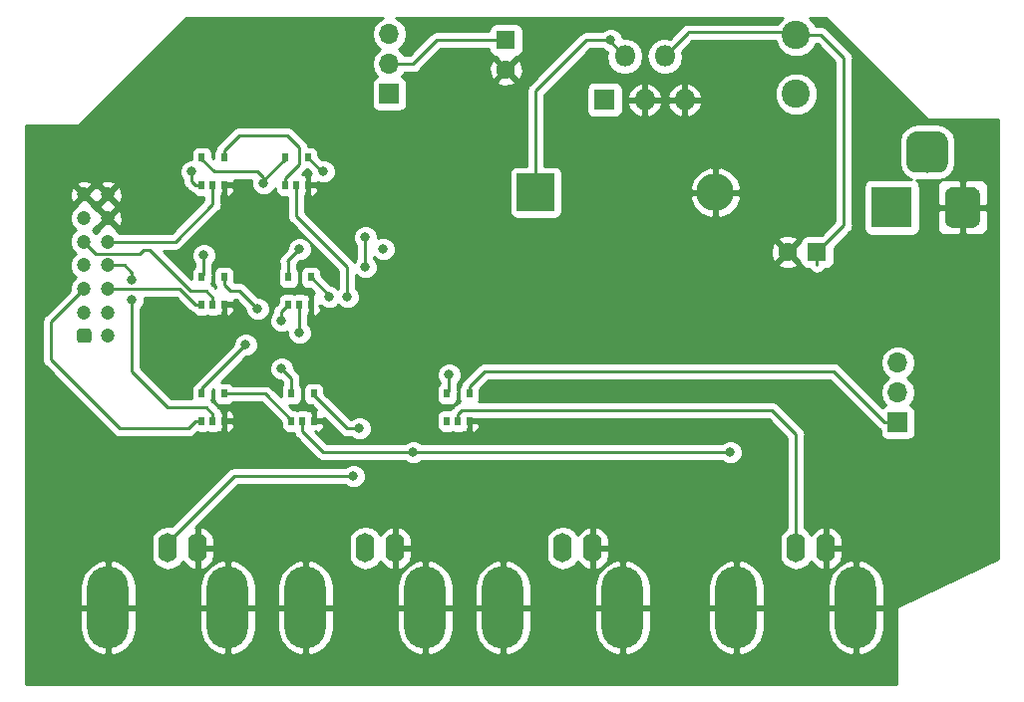
<source format=gbr>
G04 #@! TF.GenerationSoftware,KiCad,Pcbnew,5.0.2-bee76a0~70~ubuntu18.04.1*
G04 #@! TF.CreationDate,2019-01-20T23:04:17+00:00*
G04 #@! TF.ProjectId,Lcr_addon,4c63725f-6164-4646-9f6e-2e6b69636164,rev?*
G04 #@! TF.SameCoordinates,Original*
G04 #@! TF.FileFunction,Copper,L1,Top*
G04 #@! TF.FilePolarity,Positive*
%FSLAX46Y46*%
G04 Gerber Fmt 4.6, Leading zero omitted, Abs format (unit mm)*
G04 Created by KiCad (PCBNEW 5.0.2-bee76a0~70~ubuntu18.04.1) date Sun 20 Jan 2019 23:04:17 GMT*
%MOMM*%
%LPD*%
G01*
G04 APERTURE LIST*
G04 #@! TA.AperFunction,ComponentPad*
%ADD10R,1.800000X1.800000*%
G04 #@! TD*
G04 #@! TA.AperFunction,ComponentPad*
%ADD11O,1.800000X1.800000*%
G04 #@! TD*
G04 #@! TA.AperFunction,SMDPad,CuDef*
%ADD12R,0.510000X0.700000*%
G04 #@! TD*
G04 #@! TA.AperFunction,ComponentPad*
%ADD13C,1.600000*%
G04 #@! TD*
G04 #@! TA.AperFunction,ComponentPad*
%ADD14R,1.600000X1.600000*%
G04 #@! TD*
G04 #@! TA.AperFunction,ComponentPad*
%ADD15R,3.200000X3.200000*%
G04 #@! TD*
G04 #@! TA.AperFunction,ComponentPad*
%ADD16O,3.200000X3.200000*%
G04 #@! TD*
G04 #@! TA.AperFunction,ComponentPad*
%ADD17R,3.500000X3.500000*%
G04 #@! TD*
G04 #@! TA.AperFunction,Conductor*
%ADD18C,0.100000*%
G04 #@! TD*
G04 #@! TA.AperFunction,ComponentPad*
%ADD19C,3.000000*%
G04 #@! TD*
G04 #@! TA.AperFunction,ComponentPad*
%ADD20C,3.500000*%
G04 #@! TD*
G04 #@! TA.AperFunction,ComponentPad*
%ADD21C,1.200000*%
G04 #@! TD*
G04 #@! TA.AperFunction,ComponentPad*
%ADD22R,1.700000X1.700000*%
G04 #@! TD*
G04 #@! TA.AperFunction,ComponentPad*
%ADD23O,1.700000X1.700000*%
G04 #@! TD*
G04 #@! TA.AperFunction,ComponentPad*
%ADD24O,1.600000X2.500000*%
G04 #@! TD*
G04 #@! TA.AperFunction,ComponentPad*
%ADD25O,3.500000X7.000000*%
G04 #@! TD*
G04 #@! TA.AperFunction,ComponentPad*
%ADD26C,2.400000*%
G04 #@! TD*
G04 #@! TA.AperFunction,ViaPad*
%ADD27C,0.800000*%
G04 #@! TD*
G04 #@! TA.AperFunction,Conductor*
%ADD28C,0.250000*%
G04 #@! TD*
G04 #@! TA.AperFunction,Conductor*
%ADD29C,0.254000*%
G04 #@! TD*
G04 APERTURE END LIST*
D10*
G04 #@! TO.P,U4,1*
G04 #@! TO.N,Net-(C1-Pad1)*
X87376000Y-60452000D03*
D11*
G04 #@! TO.P,U4,2*
G04 #@! TO.N,Net-(D1-Pad1)*
X89076000Y-56752000D03*
G04 #@! TO.P,U4,3*
G04 #@! TO.N,GND*
X90776000Y-60452000D03*
G04 #@! TO.P,U4,4*
G04 #@! TO.N,VCC*
X92476000Y-56752000D03*
G04 #@! TO.P,U4,5*
G04 #@! TO.N,GND*
X94176000Y-60452000D03*
G04 #@! TD*
D12*
G04 #@! TO.P,U6,1*
G04 #@! TO.N,Net-(U2-Pad4)*
X60518000Y-77868000D03*
G04 #@! TO.P,U6,2*
G04 #@! TO.N,Net-(J8-Pad2)*
X61468000Y-77868000D03*
G04 #@! TO.P,U6,3*
G04 #@! TO.N,GND*
X62418000Y-77868000D03*
G04 #@! TO.P,U6,4*
G04 #@! TO.N,Net-(J5-Pad1)*
X62418000Y-75548000D03*
G04 #@! TO.P,U6,5*
G04 #@! TO.N,VCC*
X60518000Y-75548000D03*
G04 #@! TD*
D13*
G04 #@! TO.P,C1,2*
G04 #@! TO.N,GND*
X78994000Y-57872000D03*
D14*
G04 #@! TO.P,C1,1*
G04 #@! TO.N,Net-(C1-Pad1)*
X78994000Y-55372000D03*
G04 #@! TD*
G04 #@! TO.P,C2,1*
G04 #@! TO.N,VCC*
X105410000Y-73406000D03*
D13*
G04 #@! TO.P,C2,2*
G04 #@! TO.N,GND*
X102910000Y-73406000D03*
G04 #@! TD*
D15*
G04 #@! TO.P,D1,1*
G04 #@! TO.N,Net-(D1-Pad1)*
X81534000Y-68326000D03*
D16*
G04 #@! TO.P,D1,2*
G04 #@! TO.N,GND*
X96774000Y-68326000D03*
G04 #@! TD*
D17*
G04 #@! TO.P,J1,1*
G04 #@! TO.N,+12V*
X111760000Y-69596000D03*
D18*
G04 #@! TD*
G04 #@! TO.N,GND*
G04 #@! TO.C,J1*
G36*
X118583513Y-67849611D02*
X118656318Y-67860411D01*
X118727714Y-67878295D01*
X118797013Y-67903090D01*
X118863548Y-67934559D01*
X118926678Y-67972398D01*
X118985795Y-68016242D01*
X119040330Y-68065670D01*
X119089758Y-68120205D01*
X119133602Y-68179322D01*
X119171441Y-68242452D01*
X119202910Y-68308987D01*
X119227705Y-68378286D01*
X119245589Y-68449682D01*
X119256389Y-68522487D01*
X119260000Y-68596000D01*
X119260000Y-70596000D01*
X119256389Y-70669513D01*
X119245589Y-70742318D01*
X119227705Y-70813714D01*
X119202910Y-70883013D01*
X119171441Y-70949548D01*
X119133602Y-71012678D01*
X119089758Y-71071795D01*
X119040330Y-71126330D01*
X118985795Y-71175758D01*
X118926678Y-71219602D01*
X118863548Y-71257441D01*
X118797013Y-71288910D01*
X118727714Y-71313705D01*
X118656318Y-71331589D01*
X118583513Y-71342389D01*
X118510000Y-71346000D01*
X117010000Y-71346000D01*
X116936487Y-71342389D01*
X116863682Y-71331589D01*
X116792286Y-71313705D01*
X116722987Y-71288910D01*
X116656452Y-71257441D01*
X116593322Y-71219602D01*
X116534205Y-71175758D01*
X116479670Y-71126330D01*
X116430242Y-71071795D01*
X116386398Y-71012678D01*
X116348559Y-70949548D01*
X116317090Y-70883013D01*
X116292295Y-70813714D01*
X116274411Y-70742318D01*
X116263611Y-70669513D01*
X116260000Y-70596000D01*
X116260000Y-68596000D01*
X116263611Y-68522487D01*
X116274411Y-68449682D01*
X116292295Y-68378286D01*
X116317090Y-68308987D01*
X116348559Y-68242452D01*
X116386398Y-68179322D01*
X116430242Y-68120205D01*
X116479670Y-68065670D01*
X116534205Y-68016242D01*
X116593322Y-67972398D01*
X116656452Y-67934559D01*
X116722987Y-67903090D01*
X116792286Y-67878295D01*
X116863682Y-67860411D01*
X116936487Y-67849611D01*
X117010000Y-67846000D01*
X118510000Y-67846000D01*
X118583513Y-67849611D01*
X118583513Y-67849611D01*
G37*
D19*
G04 #@! TO.P,J1,2*
G04 #@! TO.N,GND*
X117760000Y-69596000D03*
D18*
G04 #@! TD*
G04 #@! TO.N,N/C*
G04 #@! TO.C,J1*
G36*
X115720765Y-63150213D02*
X115805704Y-63162813D01*
X115888999Y-63183677D01*
X115969848Y-63212605D01*
X116047472Y-63249319D01*
X116121124Y-63293464D01*
X116190094Y-63344616D01*
X116253718Y-63402282D01*
X116311384Y-63465906D01*
X116362536Y-63534876D01*
X116406681Y-63608528D01*
X116443395Y-63686152D01*
X116472323Y-63767001D01*
X116493187Y-63850296D01*
X116505787Y-63935235D01*
X116510000Y-64021000D01*
X116510000Y-65771000D01*
X116505787Y-65856765D01*
X116493187Y-65941704D01*
X116472323Y-66024999D01*
X116443395Y-66105848D01*
X116406681Y-66183472D01*
X116362536Y-66257124D01*
X116311384Y-66326094D01*
X116253718Y-66389718D01*
X116190094Y-66447384D01*
X116121124Y-66498536D01*
X116047472Y-66542681D01*
X115969848Y-66579395D01*
X115888999Y-66608323D01*
X115805704Y-66629187D01*
X115720765Y-66641787D01*
X115635000Y-66646000D01*
X113885000Y-66646000D01*
X113799235Y-66641787D01*
X113714296Y-66629187D01*
X113631001Y-66608323D01*
X113550152Y-66579395D01*
X113472528Y-66542681D01*
X113398876Y-66498536D01*
X113329906Y-66447384D01*
X113266282Y-66389718D01*
X113208616Y-66326094D01*
X113157464Y-66257124D01*
X113113319Y-66183472D01*
X113076605Y-66105848D01*
X113047677Y-66024999D01*
X113026813Y-65941704D01*
X113014213Y-65856765D01*
X113010000Y-65771000D01*
X113010000Y-64021000D01*
X113014213Y-63935235D01*
X113026813Y-63850296D01*
X113047677Y-63767001D01*
X113076605Y-63686152D01*
X113113319Y-63608528D01*
X113157464Y-63534876D01*
X113208616Y-63465906D01*
X113266282Y-63402282D01*
X113329906Y-63344616D01*
X113398876Y-63293464D01*
X113472528Y-63249319D01*
X113550152Y-63212605D01*
X113631001Y-63183677D01*
X113714296Y-63162813D01*
X113799235Y-63150213D01*
X113885000Y-63146000D01*
X115635000Y-63146000D01*
X115720765Y-63150213D01*
X115720765Y-63150213D01*
G37*
D20*
G04 #@! TO.P,J1,3*
G04 #@! TO.N,N/C*
X114760000Y-64896000D03*
G04 #@! TD*
D18*
G04 #@! TO.N,Net-(J2-Pad1)*
G04 #@! TO.C,J2*
G36*
X43554505Y-79919204D02*
X43578773Y-79922804D01*
X43602572Y-79928765D01*
X43625671Y-79937030D01*
X43647850Y-79947520D01*
X43668893Y-79960132D01*
X43688599Y-79974747D01*
X43706777Y-79991223D01*
X43723253Y-80009401D01*
X43737868Y-80029107D01*
X43750480Y-80050150D01*
X43760970Y-80072329D01*
X43769235Y-80095428D01*
X43775196Y-80119227D01*
X43778796Y-80143495D01*
X43780000Y-80167999D01*
X43780000Y-80868001D01*
X43778796Y-80892505D01*
X43775196Y-80916773D01*
X43769235Y-80940572D01*
X43760970Y-80963671D01*
X43750480Y-80985850D01*
X43737868Y-81006893D01*
X43723253Y-81026599D01*
X43706777Y-81044777D01*
X43688599Y-81061253D01*
X43668893Y-81075868D01*
X43647850Y-81088480D01*
X43625671Y-81098970D01*
X43602572Y-81107235D01*
X43578773Y-81113196D01*
X43554505Y-81116796D01*
X43530001Y-81118000D01*
X42829999Y-81118000D01*
X42805495Y-81116796D01*
X42781227Y-81113196D01*
X42757428Y-81107235D01*
X42734329Y-81098970D01*
X42712150Y-81088480D01*
X42691107Y-81075868D01*
X42671401Y-81061253D01*
X42653223Y-81044777D01*
X42636747Y-81026599D01*
X42622132Y-81006893D01*
X42609520Y-80985850D01*
X42599030Y-80963671D01*
X42590765Y-80940572D01*
X42584804Y-80916773D01*
X42581204Y-80892505D01*
X42580000Y-80868001D01*
X42580000Y-80167999D01*
X42581204Y-80143495D01*
X42584804Y-80119227D01*
X42590765Y-80095428D01*
X42599030Y-80072329D01*
X42609520Y-80050150D01*
X42622132Y-80029107D01*
X42636747Y-80009401D01*
X42653223Y-79991223D01*
X42671401Y-79974747D01*
X42691107Y-79960132D01*
X42712150Y-79947520D01*
X42734329Y-79937030D01*
X42757428Y-79928765D01*
X42781227Y-79922804D01*
X42805495Y-79919204D01*
X42829999Y-79918000D01*
X43530001Y-79918000D01*
X43554505Y-79919204D01*
X43554505Y-79919204D01*
G37*
D21*
G04 #@! TD*
G04 #@! TO.P,J2,1*
G04 #@! TO.N,Net-(J2-Pad1)*
X43180000Y-80518000D03*
G04 #@! TO.P,J2,3*
G04 #@! TO.N,Net-(J2-Pad3)*
X43180000Y-78518000D03*
G04 #@! TO.P,J2,5*
G04 #@! TO.N,Net-(J2-Pad5)*
X43180000Y-76518000D03*
G04 #@! TO.P,J2,7*
G04 #@! TO.N,Net-(J2-Pad7)*
X43180000Y-74518000D03*
G04 #@! TO.P,J2,9*
G04 #@! TO.N,Net-(J2-Pad9)*
X43180000Y-72518000D03*
G04 #@! TO.P,J2,11*
G04 #@! TO.N,Net-(J2-Pad11)*
X43180000Y-70518000D03*
G04 #@! TO.P,J2,13*
G04 #@! TO.N,GND*
X43180000Y-68518000D03*
G04 #@! TO.P,J2,2*
G04 #@! TO.N,Net-(J2-Pad2)*
X45180000Y-80518000D03*
G04 #@! TO.P,J2,4*
G04 #@! TO.N,Net-(J2-Pad4)*
X45180000Y-78518000D03*
G04 #@! TO.P,J2,6*
G04 #@! TO.N,Net-(J2-Pad6)*
X45180000Y-76518000D03*
G04 #@! TO.P,J2,8*
G04 #@! TO.N,Net-(J2-Pad8)*
X45180000Y-74518000D03*
G04 #@! TO.P,J2,10*
G04 #@! TO.N,Net-(J2-Pad10)*
X45180000Y-72518000D03*
G04 #@! TO.P,J2,12*
G04 #@! TO.N,GND*
X45180000Y-70518000D03*
G04 #@! TO.P,J2,14*
X45180000Y-68518000D03*
G04 #@! TD*
D22*
G04 #@! TO.P,J3,1*
G04 #@! TO.N,+12V*
X69088000Y-59944000D03*
D23*
G04 #@! TO.P,J3,2*
G04 #@! TO.N,Net-(C1-Pad1)*
X69088000Y-57404000D03*
G04 #@! TO.P,J3,3*
G04 #@! TO.N,Net-(J2-Pad1)*
X69088000Y-54864000D03*
G04 #@! TD*
D24*
G04 #@! TO.P,J4,2*
G04 #@! TO.N,GND*
X106172000Y-98552000D03*
G04 #@! TO.P,J4,1*
G04 #@! TO.N,Net-(J4-Pad1)*
X103632000Y-98552000D03*
D25*
G04 #@! TO.P,J4,2*
G04 #@! TO.N,GND*
X98552000Y-103632000D03*
X108712000Y-103632000D03*
G04 #@! TD*
D24*
G04 #@! TO.P,J5,2*
G04 #@! TO.N,GND*
X69596000Y-98552000D03*
G04 #@! TO.P,J5,1*
G04 #@! TO.N,Net-(J5-Pad1)*
X67056000Y-98552000D03*
D25*
G04 #@! TO.P,J5,2*
G04 #@! TO.N,GND*
X61976000Y-103632000D03*
X72136000Y-103632000D03*
G04 #@! TD*
G04 #@! TO.P,J6,2*
G04 #@! TO.N,GND*
X88900000Y-103632000D03*
X78740000Y-103632000D03*
D24*
G04 #@! TO.P,J6,1*
G04 #@! TO.N,Net-(J6-Pad1)*
X83820000Y-98552000D03*
G04 #@! TO.P,J6,2*
G04 #@! TO.N,GND*
X86360000Y-98552000D03*
G04 #@! TD*
D25*
G04 #@! TO.P,J7,2*
G04 #@! TO.N,GND*
X55372000Y-103632000D03*
X45212000Y-103632000D03*
D24*
G04 #@! TO.P,J7,1*
G04 #@! TO.N,Net-(J7-Pad1)*
X50292000Y-98552000D03*
G04 #@! TO.P,J7,2*
G04 #@! TO.N,GND*
X52832000Y-98552000D03*
G04 #@! TD*
D26*
G04 #@! TO.P,L1,1*
G04 #@! TO.N,Net-(D1-Pad1)*
X103632000Y-59944000D03*
G04 #@! TO.P,L1,2*
G04 #@! TO.N,VCC*
X103632000Y-54944000D03*
G04 #@! TD*
D12*
G04 #@! TO.P,U1,1*
G04 #@! TO.N,Net-(J2-Pad5)*
X53152000Y-87774000D03*
G04 #@! TO.P,U1,2*
G04 #@! TO.N,Net-(J2-Pad8)*
X54102000Y-87774000D03*
G04 #@! TO.P,U1,3*
G04 #@! TO.N,GND*
X55052000Y-87774000D03*
G04 #@! TO.P,U1,4*
G04 #@! TO.N,Net-(U1-Pad4)*
X55052000Y-85454000D03*
G04 #@! TO.P,U1,5*
G04 #@! TO.N,VCC*
X53152000Y-85454000D03*
G04 #@! TD*
G04 #@! TO.P,U2,5*
G04 #@! TO.N,VCC*
X53152000Y-75548000D03*
G04 #@! TO.P,U2,4*
G04 #@! TO.N,Net-(U2-Pad4)*
X55052000Y-75548000D03*
G04 #@! TO.P,U2,3*
G04 #@! TO.N,GND*
X55052000Y-77868000D03*
G04 #@! TO.P,U2,2*
G04 #@! TO.N,Net-(J2-Pad9)*
X54102000Y-77868000D03*
G04 #@! TO.P,U2,1*
G04 #@! TO.N,Net-(J2-Pad6)*
X53152000Y-77868000D03*
G04 #@! TD*
G04 #@! TO.P,U3,1*
G04 #@! TO.N,Net-(J2-Pad7)*
X53152000Y-67708000D03*
G04 #@! TO.P,U3,2*
G04 #@! TO.N,Net-(J2-Pad10)*
X54102000Y-67708000D03*
G04 #@! TO.P,U3,3*
G04 #@! TO.N,GND*
X55052000Y-67708000D03*
G04 #@! TO.P,U3,4*
G04 #@! TO.N,Net-(U3-Pad4)*
X55052000Y-65388000D03*
G04 #@! TO.P,U3,5*
G04 #@! TO.N,VCC*
X53152000Y-65388000D03*
G04 #@! TD*
G04 #@! TO.P,U5,5*
G04 #@! TO.N,VCC*
X60772000Y-85454000D03*
G04 #@! TO.P,U5,4*
G04 #@! TO.N,Net-(J7-Pad1)*
X62672000Y-85454000D03*
G04 #@! TO.P,U5,3*
G04 #@! TO.N,GND*
X62672000Y-87774000D03*
G04 #@! TO.P,U5,2*
G04 #@! TO.N,Net-(J8-Pad2)*
X61722000Y-87774000D03*
G04 #@! TO.P,U5,1*
G04 #@! TO.N,Net-(U1-Pad4)*
X60772000Y-87774000D03*
G04 #@! TD*
G04 #@! TO.P,U7,5*
G04 #@! TO.N,VCC*
X60264000Y-65388000D03*
G04 #@! TO.P,U7,4*
G04 #@! TO.N,Net-(J6-Pad1)*
X62164000Y-65388000D03*
G04 #@! TO.P,U7,3*
G04 #@! TO.N,GND*
X62164000Y-67708000D03*
G04 #@! TO.P,U7,2*
G04 #@! TO.N,Net-(J8-Pad2)*
X61214000Y-67708000D03*
G04 #@! TO.P,U7,1*
G04 #@! TO.N,Net-(U3-Pad4)*
X60264000Y-67708000D03*
G04 #@! TD*
G04 #@! TO.P,U8,1*
G04 #@! TO.N,Net-(U8-Pad1)*
X73980000Y-87774000D03*
G04 #@! TO.P,U8,2*
G04 #@! TO.N,Net-(J4-Pad1)*
X74930000Y-87774000D03*
G04 #@! TO.P,U8,3*
G04 #@! TO.N,GND*
X75880000Y-87774000D03*
G04 #@! TO.P,U8,4*
G04 #@! TO.N,Net-(J8-Pad1)*
X75880000Y-85454000D03*
G04 #@! TO.P,U8,5*
G04 #@! TO.N,VCC*
X73980000Y-85454000D03*
G04 #@! TD*
D22*
G04 #@! TO.P,J8,1*
G04 #@! TO.N,Net-(J8-Pad1)*
X112268000Y-87884000D03*
D23*
G04 #@! TO.P,J8,2*
G04 #@! TO.N,Net-(J8-Pad2)*
X112268000Y-85344000D03*
G04 #@! TO.P,J8,3*
G04 #@! TO.N,VCC*
X112268000Y-82804000D03*
G04 #@! TD*
D27*
G04 #@! TO.N,VCC*
X68580000Y-73152000D03*
X61468000Y-73152000D03*
X56896000Y-81280000D03*
X59944000Y-83312000D03*
X58420000Y-67564000D03*
X53340000Y-73660000D03*
X74168000Y-83820000D03*
G04 #@! TO.N,Net-(D1-Pad1)*
X87884000Y-55372000D03*
G04 #@! TO.N,Net-(J2-Pad7)*
X52324000Y-66548000D03*
G04 #@! TO.N,Net-(J2-Pad8)*
X47244000Y-77470000D03*
X47244000Y-75793000D03*
X47244000Y-75793000D03*
G04 #@! TO.N,Net-(J5-Pad1)*
X64008000Y-77216000D03*
G04 #@! TO.N,Net-(J6-Pad1)*
X67056000Y-74676000D03*
X67056000Y-72136000D03*
X63500000Y-66548000D03*
G04 #@! TO.N,Net-(J7-Pad1)*
X66040000Y-92456000D03*
X66548000Y-88392000D03*
G04 #@! TO.N,Net-(U2-Pad4)*
X57912000Y-78232000D03*
X59944000Y-79248000D03*
G04 #@! TO.N,Net-(J8-Pad2)*
X98044000Y-90424000D03*
X71120000Y-90424000D03*
X61468000Y-80264000D03*
X65532000Y-77216000D03*
G04 #@! TD*
D28*
G04 #@! TO.N,Net-(C1-Pad1)*
X69088000Y-57404000D02*
X71120000Y-57404000D01*
X73152000Y-55372000D02*
X78994000Y-55372000D01*
X71120000Y-57404000D02*
X73152000Y-55372000D01*
G04 #@! TO.N,VCC*
X105410000Y-73406000D02*
X105410000Y-74456000D01*
X107696000Y-71120000D02*
X105410000Y-73406000D01*
X107696000Y-56896000D02*
X107696000Y-71120000D01*
X103632000Y-54944000D02*
X105744000Y-54944000D01*
X105744000Y-54944000D02*
X107696000Y-56896000D01*
X103408000Y-54720000D02*
X103632000Y-54944000D01*
X60264000Y-65483000D02*
X60264000Y-65388000D01*
X58420000Y-67327000D02*
X60264000Y-65483000D01*
X53152000Y-65483000D02*
X53152000Y-65388000D01*
X54217000Y-66548000D02*
X53152000Y-65483000D01*
X58420000Y-67056000D02*
X57912000Y-66548000D01*
X57912000Y-66548000D02*
X54217000Y-66548000D01*
X58420000Y-67327000D02*
X58420000Y-67056000D01*
X61468000Y-73152000D02*
X60452000Y-74168000D01*
X60518000Y-74234000D02*
X60518000Y-75548000D01*
X60452000Y-74168000D02*
X60518000Y-74234000D01*
X60772000Y-84140000D02*
X60772000Y-85454000D01*
X59944000Y-83312000D02*
X60772000Y-84140000D01*
X53152000Y-85024000D02*
X53152000Y-85454000D01*
X56896000Y-81280000D02*
X53152000Y-85024000D01*
X58420000Y-67564000D02*
X58420000Y-67056000D01*
X53340000Y-75360000D02*
X53152000Y-75548000D01*
X53340000Y-73660000D02*
X53340000Y-75360000D01*
X74168000Y-85266000D02*
X73980000Y-85454000D01*
X74168000Y-83820000D02*
X74168000Y-85266000D01*
X94488000Y-54740000D02*
X92476000Y-56752000D01*
X94488000Y-54720000D02*
X103408000Y-54720000D01*
X94488000Y-54720000D02*
X94488000Y-54740000D01*
G04 #@! TO.N,Net-(D1-Pad1)*
X81534000Y-68326000D02*
X81534000Y-59690000D01*
X87696000Y-55372000D02*
X89076000Y-56752000D01*
X81534000Y-59690000D02*
X85852000Y-55372000D01*
X87884000Y-55372000D02*
X87376000Y-55372000D01*
X87376000Y-55372000D02*
X86868000Y-55372000D01*
X85852000Y-55372000D02*
X86868000Y-55372000D01*
X86868000Y-55372000D02*
X87696000Y-55372000D01*
G04 #@! TO.N,Net-(J2-Pad5)*
X52647000Y-87774000D02*
X52029000Y-88392000D01*
X53152000Y-87774000D02*
X52647000Y-87774000D01*
X52029000Y-88392000D02*
X46228000Y-88392000D01*
X46228000Y-88392000D02*
X40386000Y-82550000D01*
X40386000Y-79312000D02*
X43180000Y-76518000D01*
X40386000Y-82550000D02*
X40386000Y-79312000D01*
G04 #@! TO.N,Net-(J2-Pad7)*
X53152000Y-67708000D02*
X52647000Y-67708000D01*
X52324000Y-67385000D02*
X52324000Y-66548000D01*
X52647000Y-67708000D02*
X52324000Y-67385000D01*
G04 #@! TO.N,Net-(J2-Pad9)*
X54102000Y-77268000D02*
X53542000Y-76708000D01*
X54102000Y-77868000D02*
X54102000Y-77268000D01*
X53542000Y-76708000D02*
X52324000Y-76708000D01*
X52324000Y-76708000D02*
X52233000Y-76708000D01*
X52233000Y-76708000D02*
X48768000Y-73243000D01*
X48202315Y-73243000D02*
X47912315Y-73533000D01*
X48768000Y-73243000D02*
X48202315Y-73243000D01*
X44195000Y-73533000D02*
X43180000Y-72518000D01*
X47912315Y-73533000D02*
X44195000Y-73533000D01*
G04 #@! TO.N,Net-(J2-Pad6)*
X51297000Y-76518000D02*
X45180000Y-76518000D01*
X53152000Y-77868000D02*
X52647000Y-77868000D01*
X52647000Y-77868000D02*
X51297000Y-76518000D01*
G04 #@! TO.N,Net-(J2-Pad8)*
X54102000Y-87174000D02*
X53542000Y-86614000D01*
X54102000Y-87774000D02*
X54102000Y-87174000D01*
X53542000Y-86614000D02*
X50292000Y-86614000D01*
X50292000Y-86614000D02*
X47244000Y-83566000D01*
X47244000Y-83566000D02*
X47244000Y-77470000D01*
X46578000Y-74518000D02*
X45180000Y-74518000D01*
X47244000Y-75793000D02*
X47244000Y-75184000D01*
X47244000Y-75184000D02*
X46578000Y-74518000D01*
G04 #@! TO.N,Net-(J2-Pad10)*
X50926000Y-72518000D02*
X45180000Y-72518000D01*
X54102000Y-67708000D02*
X54102000Y-69342000D01*
X54102000Y-69342000D02*
X50926000Y-72518000D01*
G04 #@! TO.N,Net-(J5-Pad1)*
X64008000Y-77138000D02*
X62418000Y-75548000D01*
X64008000Y-77216000D02*
X64008000Y-77138000D01*
G04 #@! TO.N,Net-(J6-Pad1)*
X67056000Y-74676000D02*
X67056000Y-72136000D01*
X63324000Y-66548000D02*
X62164000Y-65388000D01*
X63500000Y-66548000D02*
X63324000Y-66548000D01*
G04 #@! TO.N,Net-(J7-Pad1)*
X60969004Y-92456000D02*
X66040000Y-92456000D01*
X55938000Y-92456000D02*
X60969004Y-92456000D01*
X50292000Y-98552000D02*
X50292000Y-98102000D01*
X50292000Y-98102000D02*
X55938000Y-92456000D01*
X62672000Y-85549000D02*
X62672000Y-85454000D01*
X65515000Y-88392000D02*
X62672000Y-85549000D01*
X66548000Y-88392000D02*
X65515000Y-88392000D01*
G04 #@! TO.N,Net-(U1-Pad4)*
X60772000Y-87679000D02*
X60772000Y-87774000D01*
X58547000Y-85454000D02*
X60772000Y-87679000D01*
X55052000Y-85454000D02*
X58547000Y-85454000D01*
G04 #@! TO.N,Net-(U2-Pad4)*
X55052000Y-76148000D02*
X55612000Y-76708000D01*
X55052000Y-75548000D02*
X55052000Y-76148000D01*
X55612000Y-76708000D02*
X56388000Y-76708000D01*
X56388000Y-76708000D02*
X57912000Y-78232000D01*
X59944000Y-78442000D02*
X60518000Y-77868000D01*
X59944000Y-79248000D02*
X59944000Y-78442000D01*
G04 #@! TO.N,Net-(U3-Pad4)*
X55052000Y-64788000D02*
X56340000Y-63500000D01*
X55052000Y-65388000D02*
X55052000Y-64788000D01*
X56340000Y-63500000D02*
X60452000Y-63500000D01*
X60452000Y-63500000D02*
X61468000Y-64516000D01*
X60264000Y-67108000D02*
X60264000Y-67708000D01*
X61468000Y-65904000D02*
X60264000Y-67108000D01*
X61468000Y-64516000D02*
X61468000Y-65904000D01*
G04 #@! TO.N,Net-(J4-Pad1)*
X103632000Y-88900000D02*
X103632000Y-98552000D01*
X75236000Y-86868000D02*
X101600000Y-86868000D01*
X101600000Y-86868000D02*
X103632000Y-88900000D01*
X74930000Y-87774000D02*
X74930000Y-87174000D01*
X74930000Y-87174000D02*
X75236000Y-86868000D01*
G04 #@! TO.N,Net-(J8-Pad1)*
X75880000Y-84854000D02*
X77216000Y-83518000D01*
X75880000Y-85454000D02*
X75880000Y-84854000D01*
X111168000Y-87884000D02*
X112268000Y-87884000D01*
X106802000Y-83518000D02*
X111168000Y-87884000D01*
X77216000Y-83518000D02*
X106802000Y-83518000D01*
G04 #@! TO.N,Net-(J8-Pad2)*
X98044000Y-90424000D02*
X71120000Y-90424000D01*
X61214000Y-70358000D02*
X61214000Y-67708000D01*
X61468000Y-79248000D02*
X61468000Y-77868000D01*
X71120000Y-90424000D02*
X63500000Y-90424000D01*
X61722000Y-88646000D02*
X61722000Y-87774000D01*
X63500000Y-90424000D02*
X61722000Y-88646000D01*
X61468000Y-80264000D02*
X61468000Y-79248000D01*
X65532000Y-77216000D02*
X65532000Y-74676000D01*
X65532000Y-74676000D02*
X61214000Y-70358000D01*
G04 #@! TD*
D29*
G04 #@! TO.N,GND*
G36*
X68017375Y-53793375D02*
X67689161Y-54284582D01*
X67573908Y-54864000D01*
X67689161Y-55443418D01*
X68017375Y-55934625D01*
X68315761Y-56134000D01*
X68017375Y-56333375D01*
X67689161Y-56824582D01*
X67573908Y-57404000D01*
X67689161Y-57983418D01*
X68017375Y-58474625D01*
X68035619Y-58486816D01*
X67990235Y-58495843D01*
X67780191Y-58636191D01*
X67639843Y-58846235D01*
X67590560Y-59094000D01*
X67590560Y-60794000D01*
X67639843Y-61041765D01*
X67780191Y-61251809D01*
X67990235Y-61392157D01*
X68238000Y-61441440D01*
X69938000Y-61441440D01*
X70185765Y-61392157D01*
X70395809Y-61251809D01*
X70536157Y-61041765D01*
X70585440Y-60794000D01*
X70585440Y-59094000D01*
X70542823Y-58879745D01*
X78165861Y-58879745D01*
X78239995Y-59125864D01*
X78777223Y-59318965D01*
X79347454Y-59291778D01*
X79748005Y-59125864D01*
X79822139Y-58879745D01*
X78994000Y-58051605D01*
X78165861Y-58879745D01*
X70542823Y-58879745D01*
X70536157Y-58846235D01*
X70395809Y-58636191D01*
X70185765Y-58495843D01*
X70140381Y-58486816D01*
X70158625Y-58474625D01*
X70366178Y-58164000D01*
X71045153Y-58164000D01*
X71120000Y-58178888D01*
X71194847Y-58164000D01*
X71194852Y-58164000D01*
X71416537Y-58119904D01*
X71667929Y-57951929D01*
X71710331Y-57888470D01*
X71943578Y-57655223D01*
X77547035Y-57655223D01*
X77574222Y-58225454D01*
X77740136Y-58626005D01*
X77986255Y-58700139D01*
X78814395Y-57872000D01*
X79173605Y-57872000D01*
X80001745Y-58700139D01*
X80247864Y-58626005D01*
X80440965Y-58088777D01*
X80413778Y-57518546D01*
X80247864Y-57117995D01*
X80001745Y-57043861D01*
X79173605Y-57872000D01*
X78814395Y-57872000D01*
X77986255Y-57043861D01*
X77740136Y-57117995D01*
X77547035Y-57655223D01*
X71943578Y-57655223D01*
X73466802Y-56132000D01*
X77546560Y-56132000D01*
X77546560Y-56172000D01*
X77595843Y-56419765D01*
X77736191Y-56629809D01*
X77946235Y-56770157D01*
X78180187Y-56816693D01*
X78165861Y-56864255D01*
X78994000Y-57692395D01*
X79822139Y-56864255D01*
X79807813Y-56816693D01*
X80041765Y-56770157D01*
X80251809Y-56629809D01*
X80392157Y-56419765D01*
X80441440Y-56172000D01*
X80441440Y-54572000D01*
X80392157Y-54324235D01*
X80251809Y-54114191D01*
X80041765Y-53973843D01*
X79794000Y-53924560D01*
X78194000Y-53924560D01*
X77946235Y-53973843D01*
X77736191Y-54114191D01*
X77595843Y-54324235D01*
X77546560Y-54572000D01*
X77546560Y-54612000D01*
X73226847Y-54612000D01*
X73152000Y-54597112D01*
X73077153Y-54612000D01*
X73077148Y-54612000D01*
X72855463Y-54656096D01*
X72604071Y-54824071D01*
X72561671Y-54887527D01*
X70805199Y-56644000D01*
X70366178Y-56644000D01*
X70158625Y-56333375D01*
X69860239Y-56134000D01*
X70158625Y-55934625D01*
X70486839Y-55443418D01*
X70602092Y-54864000D01*
X70486839Y-54284582D01*
X70158625Y-53793375D01*
X69670170Y-53467000D01*
X102513918Y-53467000D01*
X102076362Y-53904556D01*
X102053396Y-53960000D01*
X94562852Y-53960000D01*
X94488000Y-53945111D01*
X94413148Y-53960000D01*
X94191463Y-54004096D01*
X93940071Y-54172071D01*
X93857397Y-54295801D01*
X92884929Y-55268269D01*
X92627182Y-55217000D01*
X92324818Y-55217000D01*
X91877073Y-55306062D01*
X91369327Y-55645327D01*
X91030062Y-56153073D01*
X90910928Y-56752000D01*
X91030062Y-57350927D01*
X91369327Y-57858673D01*
X91877073Y-58197938D01*
X92324818Y-58287000D01*
X92627182Y-58287000D01*
X93074927Y-58197938D01*
X93582673Y-57858673D01*
X93921938Y-57350927D01*
X94041072Y-56752000D01*
X93959731Y-56343071D01*
X94822802Y-55480000D01*
X101867829Y-55480000D01*
X102076362Y-55983444D01*
X102592556Y-56499638D01*
X103266996Y-56779000D01*
X103997004Y-56779000D01*
X104671444Y-56499638D01*
X105187638Y-55983444D01*
X105303387Y-55704000D01*
X105429199Y-55704000D01*
X106936000Y-57210802D01*
X106936001Y-70805197D01*
X105782639Y-71958560D01*
X104610000Y-71958560D01*
X104362235Y-72007843D01*
X104152191Y-72148191D01*
X104011843Y-72358235D01*
X103965307Y-72592187D01*
X103917745Y-72577861D01*
X103089605Y-73406000D01*
X103917745Y-74234139D01*
X103965307Y-74219813D01*
X104011843Y-74453765D01*
X104152191Y-74663809D01*
X104362235Y-74804157D01*
X104610000Y-74853440D01*
X104761518Y-74853440D01*
X104862072Y-75003929D01*
X105113464Y-75171904D01*
X105410000Y-75230889D01*
X105706537Y-75171904D01*
X105957929Y-75003929D01*
X106058483Y-74853440D01*
X106210000Y-74853440D01*
X106457765Y-74804157D01*
X106667809Y-74663809D01*
X106808157Y-74453765D01*
X106857440Y-74206000D01*
X106857440Y-73033361D01*
X108180473Y-71710329D01*
X108243929Y-71667929D01*
X108411904Y-71416537D01*
X108456000Y-71194852D01*
X108456000Y-71194848D01*
X108470888Y-71120001D01*
X108456000Y-71045154D01*
X108456000Y-67846000D01*
X109362560Y-67846000D01*
X109362560Y-71346000D01*
X109411843Y-71593765D01*
X109552191Y-71803809D01*
X109762235Y-71944157D01*
X110010000Y-71993440D01*
X113510000Y-71993440D01*
X113757765Y-71944157D01*
X113967809Y-71803809D01*
X114108157Y-71593765D01*
X114157440Y-71346000D01*
X114157440Y-69881750D01*
X115625000Y-69881750D01*
X115625000Y-71472310D01*
X115721673Y-71705699D01*
X115900302Y-71884327D01*
X116133691Y-71981000D01*
X117474250Y-71981000D01*
X117633000Y-71822250D01*
X117633000Y-69723000D01*
X117887000Y-69723000D01*
X117887000Y-71822250D01*
X118045750Y-71981000D01*
X119386309Y-71981000D01*
X119619698Y-71884327D01*
X119798327Y-71705699D01*
X119895000Y-71472310D01*
X119895000Y-69881750D01*
X119736250Y-69723000D01*
X117887000Y-69723000D01*
X117633000Y-69723000D01*
X115783750Y-69723000D01*
X115625000Y-69881750D01*
X114157440Y-69881750D01*
X114157440Y-67846000D01*
X114132316Y-67719690D01*
X115625000Y-67719690D01*
X115625000Y-69310250D01*
X115783750Y-69469000D01*
X117633000Y-69469000D01*
X117633000Y-67369750D01*
X117887000Y-67369750D01*
X117887000Y-69469000D01*
X119736250Y-69469000D01*
X119895000Y-69310250D01*
X119895000Y-67719690D01*
X119798327Y-67486301D01*
X119619698Y-67307673D01*
X119386309Y-67211000D01*
X118045750Y-67211000D01*
X117887000Y-67369750D01*
X117633000Y-67369750D01*
X117474250Y-67211000D01*
X116133691Y-67211000D01*
X115900302Y-67307673D01*
X115721673Y-67486301D01*
X115625000Y-67719690D01*
X114132316Y-67719690D01*
X114108157Y-67598235D01*
X113967809Y-67388191D01*
X113800999Y-67276731D01*
X113885000Y-67293440D01*
X115635000Y-67293440D01*
X116217613Y-67177551D01*
X116711528Y-66847528D01*
X117041551Y-66353613D01*
X117157440Y-65771000D01*
X117157440Y-64021000D01*
X117041551Y-63438387D01*
X116711528Y-62944472D01*
X116217613Y-62614449D01*
X115635000Y-62498560D01*
X113885000Y-62498560D01*
X113302387Y-62614449D01*
X112808472Y-62944472D01*
X112478449Y-63438387D01*
X112362560Y-64021000D01*
X112362560Y-65771000D01*
X112478449Y-66353613D01*
X112808472Y-66847528D01*
X113302387Y-67177551D01*
X113408006Y-67198560D01*
X110010000Y-67198560D01*
X109762235Y-67247843D01*
X109552191Y-67388191D01*
X109411843Y-67598235D01*
X109362560Y-67846000D01*
X108456000Y-67846000D01*
X108456000Y-56970847D01*
X108470888Y-56896000D01*
X108456000Y-56821153D01*
X108456000Y-56821148D01*
X108411904Y-56599463D01*
X108243929Y-56348071D01*
X108180473Y-56305671D01*
X106334331Y-54459530D01*
X106291929Y-54396071D01*
X106040537Y-54228096D01*
X105818852Y-54184000D01*
X105818847Y-54184000D01*
X105744000Y-54169112D01*
X105669153Y-54184000D01*
X105303387Y-54184000D01*
X105187638Y-53904556D01*
X104750082Y-53467000D01*
X106119394Y-53467000D01*
X114718197Y-62065803D01*
X114759399Y-62093333D01*
X114808000Y-62103000D01*
X120777000Y-62103000D01*
X120777000Y-99487405D01*
X112213924Y-103517088D01*
X112174065Y-103546529D01*
X112148507Y-103588983D01*
X112141000Y-103632000D01*
X112141000Y-110109000D01*
X38227000Y-110109000D01*
X38227000Y-103759000D01*
X42827000Y-103759000D01*
X42827000Y-105509000D01*
X43057148Y-106412033D01*
X43615353Y-107158253D01*
X44416633Y-107634054D01*
X44713997Y-107714427D01*
X45085000Y-107604625D01*
X45085000Y-103759000D01*
X45339000Y-103759000D01*
X45339000Y-107604625D01*
X45710003Y-107714427D01*
X46007367Y-107634054D01*
X46808647Y-107158253D01*
X47366852Y-106412033D01*
X47597000Y-105509000D01*
X47597000Y-103759000D01*
X52987000Y-103759000D01*
X52987000Y-105509000D01*
X53217148Y-106412033D01*
X53775353Y-107158253D01*
X54576633Y-107634054D01*
X54873997Y-107714427D01*
X55245000Y-107604625D01*
X55245000Y-103759000D01*
X55499000Y-103759000D01*
X55499000Y-107604625D01*
X55870003Y-107714427D01*
X56167367Y-107634054D01*
X56968647Y-107158253D01*
X57526852Y-106412033D01*
X57757000Y-105509000D01*
X57757000Y-103759000D01*
X59591000Y-103759000D01*
X59591000Y-105509000D01*
X59821148Y-106412033D01*
X60379353Y-107158253D01*
X61180633Y-107634054D01*
X61477997Y-107714427D01*
X61849000Y-107604625D01*
X61849000Y-103759000D01*
X62103000Y-103759000D01*
X62103000Y-107604625D01*
X62474003Y-107714427D01*
X62771367Y-107634054D01*
X63572647Y-107158253D01*
X64130852Y-106412033D01*
X64361000Y-105509000D01*
X64361000Y-103759000D01*
X69751000Y-103759000D01*
X69751000Y-105509000D01*
X69981148Y-106412033D01*
X70539353Y-107158253D01*
X71340633Y-107634054D01*
X71637997Y-107714427D01*
X72009000Y-107604625D01*
X72009000Y-103759000D01*
X72263000Y-103759000D01*
X72263000Y-107604625D01*
X72634003Y-107714427D01*
X72931367Y-107634054D01*
X73732647Y-107158253D01*
X74290852Y-106412033D01*
X74521000Y-105509000D01*
X74521000Y-103759000D01*
X76355000Y-103759000D01*
X76355000Y-105509000D01*
X76585148Y-106412033D01*
X77143353Y-107158253D01*
X77944633Y-107634054D01*
X78241997Y-107714427D01*
X78613000Y-107604625D01*
X78613000Y-103759000D01*
X78867000Y-103759000D01*
X78867000Y-107604625D01*
X79238003Y-107714427D01*
X79535367Y-107634054D01*
X80336647Y-107158253D01*
X80894852Y-106412033D01*
X81125000Y-105509000D01*
X81125000Y-103759000D01*
X86515000Y-103759000D01*
X86515000Y-105509000D01*
X86745148Y-106412033D01*
X87303353Y-107158253D01*
X88104633Y-107634054D01*
X88401997Y-107714427D01*
X88773000Y-107604625D01*
X88773000Y-103759000D01*
X89027000Y-103759000D01*
X89027000Y-107604625D01*
X89398003Y-107714427D01*
X89695367Y-107634054D01*
X90496647Y-107158253D01*
X91054852Y-106412033D01*
X91285000Y-105509000D01*
X91285000Y-103759000D01*
X96167000Y-103759000D01*
X96167000Y-105509000D01*
X96397148Y-106412033D01*
X96955353Y-107158253D01*
X97756633Y-107634054D01*
X98053997Y-107714427D01*
X98425000Y-107604625D01*
X98425000Y-103759000D01*
X98679000Y-103759000D01*
X98679000Y-107604625D01*
X99050003Y-107714427D01*
X99347367Y-107634054D01*
X100148647Y-107158253D01*
X100706852Y-106412033D01*
X100937000Y-105509000D01*
X100937000Y-103759000D01*
X106327000Y-103759000D01*
X106327000Y-105509000D01*
X106557148Y-106412033D01*
X107115353Y-107158253D01*
X107916633Y-107634054D01*
X108213997Y-107714427D01*
X108585000Y-107604625D01*
X108585000Y-103759000D01*
X108839000Y-103759000D01*
X108839000Y-107604625D01*
X109210003Y-107714427D01*
X109507367Y-107634054D01*
X110308647Y-107158253D01*
X110866852Y-106412033D01*
X111097000Y-105509000D01*
X111097000Y-103759000D01*
X108839000Y-103759000D01*
X108585000Y-103759000D01*
X106327000Y-103759000D01*
X100937000Y-103759000D01*
X98679000Y-103759000D01*
X98425000Y-103759000D01*
X96167000Y-103759000D01*
X91285000Y-103759000D01*
X89027000Y-103759000D01*
X88773000Y-103759000D01*
X86515000Y-103759000D01*
X81125000Y-103759000D01*
X78867000Y-103759000D01*
X78613000Y-103759000D01*
X76355000Y-103759000D01*
X74521000Y-103759000D01*
X72263000Y-103759000D01*
X72009000Y-103759000D01*
X69751000Y-103759000D01*
X64361000Y-103759000D01*
X62103000Y-103759000D01*
X61849000Y-103759000D01*
X59591000Y-103759000D01*
X57757000Y-103759000D01*
X55499000Y-103759000D01*
X55245000Y-103759000D01*
X52987000Y-103759000D01*
X47597000Y-103759000D01*
X45339000Y-103759000D01*
X45085000Y-103759000D01*
X42827000Y-103759000D01*
X38227000Y-103759000D01*
X38227000Y-101755000D01*
X42827000Y-101755000D01*
X42827000Y-103505000D01*
X45085000Y-103505000D01*
X45085000Y-99659375D01*
X45339000Y-99659375D01*
X45339000Y-103505000D01*
X47597000Y-103505000D01*
X47597000Y-101755000D01*
X52987000Y-101755000D01*
X52987000Y-103505000D01*
X55245000Y-103505000D01*
X55245000Y-99659375D01*
X55499000Y-99659375D01*
X55499000Y-103505000D01*
X57757000Y-103505000D01*
X57757000Y-101755000D01*
X59591000Y-101755000D01*
X59591000Y-103505000D01*
X61849000Y-103505000D01*
X61849000Y-99659375D01*
X62103000Y-99659375D01*
X62103000Y-103505000D01*
X64361000Y-103505000D01*
X64361000Y-101755000D01*
X69751000Y-101755000D01*
X69751000Y-103505000D01*
X72009000Y-103505000D01*
X72009000Y-99659375D01*
X72263000Y-99659375D01*
X72263000Y-103505000D01*
X74521000Y-103505000D01*
X74521000Y-101755000D01*
X76355000Y-101755000D01*
X76355000Y-103505000D01*
X78613000Y-103505000D01*
X78613000Y-99659375D01*
X78867000Y-99659375D01*
X78867000Y-103505000D01*
X81125000Y-103505000D01*
X81125000Y-101755000D01*
X86515000Y-101755000D01*
X86515000Y-103505000D01*
X88773000Y-103505000D01*
X88773000Y-99659375D01*
X89027000Y-99659375D01*
X89027000Y-103505000D01*
X91285000Y-103505000D01*
X91285000Y-101755000D01*
X96167000Y-101755000D01*
X96167000Y-103505000D01*
X98425000Y-103505000D01*
X98425000Y-99659375D01*
X98679000Y-99659375D01*
X98679000Y-103505000D01*
X100937000Y-103505000D01*
X100937000Y-101755000D01*
X106327000Y-101755000D01*
X106327000Y-103505000D01*
X108585000Y-103505000D01*
X108585000Y-99659375D01*
X108839000Y-99659375D01*
X108839000Y-103505000D01*
X111097000Y-103505000D01*
X111097000Y-101755000D01*
X110866852Y-100851967D01*
X110308647Y-100105747D01*
X109507367Y-99629946D01*
X109210003Y-99549573D01*
X108839000Y-99659375D01*
X108585000Y-99659375D01*
X108213997Y-99549573D01*
X107916633Y-99629946D01*
X107115353Y-100105747D01*
X106557148Y-100851967D01*
X106327000Y-101755000D01*
X100937000Y-101755000D01*
X100706852Y-100851967D01*
X100148647Y-100105747D01*
X99347367Y-99629946D01*
X99050003Y-99549573D01*
X98679000Y-99659375D01*
X98425000Y-99659375D01*
X98053997Y-99549573D01*
X97756633Y-99629946D01*
X96955353Y-100105747D01*
X96397148Y-100851967D01*
X96167000Y-101755000D01*
X91285000Y-101755000D01*
X91054852Y-100851967D01*
X90496647Y-100105747D01*
X89695367Y-99629946D01*
X89398003Y-99549573D01*
X89027000Y-99659375D01*
X88773000Y-99659375D01*
X88401997Y-99549573D01*
X88104633Y-99629946D01*
X87303353Y-100105747D01*
X86745148Y-100851967D01*
X86515000Y-101755000D01*
X81125000Y-101755000D01*
X80894852Y-100851967D01*
X80336647Y-100105747D01*
X79535367Y-99629946D01*
X79238003Y-99549573D01*
X78867000Y-99659375D01*
X78613000Y-99659375D01*
X78241997Y-99549573D01*
X77944633Y-99629946D01*
X77143353Y-100105747D01*
X76585148Y-100851967D01*
X76355000Y-101755000D01*
X74521000Y-101755000D01*
X74290852Y-100851967D01*
X73732647Y-100105747D01*
X72931367Y-99629946D01*
X72634003Y-99549573D01*
X72263000Y-99659375D01*
X72009000Y-99659375D01*
X71637997Y-99549573D01*
X71340633Y-99629946D01*
X70539353Y-100105747D01*
X69981148Y-100851967D01*
X69751000Y-101755000D01*
X64361000Y-101755000D01*
X64130852Y-100851967D01*
X63572647Y-100105747D01*
X62771367Y-99629946D01*
X62474003Y-99549573D01*
X62103000Y-99659375D01*
X61849000Y-99659375D01*
X61477997Y-99549573D01*
X61180633Y-99629946D01*
X60379353Y-100105747D01*
X59821148Y-100851967D01*
X59591000Y-101755000D01*
X57757000Y-101755000D01*
X57526852Y-100851967D01*
X56968647Y-100105747D01*
X56167367Y-99629946D01*
X55870003Y-99549573D01*
X55499000Y-99659375D01*
X55245000Y-99659375D01*
X54873997Y-99549573D01*
X54576633Y-99629946D01*
X53775353Y-100105747D01*
X53217148Y-100851967D01*
X52987000Y-101755000D01*
X47597000Y-101755000D01*
X47366852Y-100851967D01*
X46808647Y-100105747D01*
X46007367Y-99629946D01*
X45710003Y-99549573D01*
X45339000Y-99659375D01*
X45085000Y-99659375D01*
X44713997Y-99549573D01*
X44416633Y-99629946D01*
X43615353Y-100105747D01*
X43057148Y-100851967D01*
X42827000Y-101755000D01*
X38227000Y-101755000D01*
X38227000Y-97960667D01*
X48857000Y-97960667D01*
X48857000Y-99143332D01*
X48940260Y-99561908D01*
X49257423Y-100036576D01*
X49732091Y-100353740D01*
X50292000Y-100465113D01*
X50851908Y-100353740D01*
X51326576Y-100036577D01*
X51564499Y-99680501D01*
X51907104Y-100106500D01*
X52400181Y-100376367D01*
X52482961Y-100393904D01*
X52705000Y-100271915D01*
X52705000Y-98679000D01*
X52959000Y-98679000D01*
X52959000Y-100271915D01*
X53181039Y-100393904D01*
X53263819Y-100376367D01*
X53756896Y-100106500D01*
X54109166Y-99668483D01*
X54267000Y-99129000D01*
X54267000Y-98679000D01*
X52959000Y-98679000D01*
X52705000Y-98679000D01*
X52685000Y-98679000D01*
X52685000Y-98425000D01*
X52705000Y-98425000D01*
X52705000Y-96832085D01*
X52959000Y-96832085D01*
X52959000Y-98425000D01*
X54267000Y-98425000D01*
X54267000Y-97975000D01*
X54262807Y-97960667D01*
X65621000Y-97960667D01*
X65621000Y-99143332D01*
X65704260Y-99561908D01*
X66021423Y-100036576D01*
X66496091Y-100353740D01*
X67056000Y-100465113D01*
X67615908Y-100353740D01*
X68090576Y-100036577D01*
X68328499Y-99680501D01*
X68671104Y-100106500D01*
X69164181Y-100376367D01*
X69246961Y-100393904D01*
X69469000Y-100271915D01*
X69469000Y-98679000D01*
X69723000Y-98679000D01*
X69723000Y-100271915D01*
X69945039Y-100393904D01*
X70027819Y-100376367D01*
X70520896Y-100106500D01*
X70873166Y-99668483D01*
X71031000Y-99129000D01*
X71031000Y-98679000D01*
X69723000Y-98679000D01*
X69469000Y-98679000D01*
X69449000Y-98679000D01*
X69449000Y-98425000D01*
X69469000Y-98425000D01*
X69469000Y-96832085D01*
X69723000Y-96832085D01*
X69723000Y-98425000D01*
X71031000Y-98425000D01*
X71031000Y-97975000D01*
X71026807Y-97960667D01*
X82385000Y-97960667D01*
X82385000Y-99143332D01*
X82468260Y-99561908D01*
X82785423Y-100036576D01*
X83260091Y-100353740D01*
X83820000Y-100465113D01*
X84379908Y-100353740D01*
X84854576Y-100036577D01*
X85092499Y-99680501D01*
X85435104Y-100106500D01*
X85928181Y-100376367D01*
X86010961Y-100393904D01*
X86233000Y-100271915D01*
X86233000Y-98679000D01*
X86487000Y-98679000D01*
X86487000Y-100271915D01*
X86709039Y-100393904D01*
X86791819Y-100376367D01*
X87284896Y-100106500D01*
X87637166Y-99668483D01*
X87795000Y-99129000D01*
X87795000Y-98679000D01*
X86487000Y-98679000D01*
X86233000Y-98679000D01*
X86213000Y-98679000D01*
X86213000Y-98425000D01*
X86233000Y-98425000D01*
X86233000Y-96832085D01*
X86487000Y-96832085D01*
X86487000Y-98425000D01*
X87795000Y-98425000D01*
X87795000Y-97975000D01*
X87637166Y-97435517D01*
X87284896Y-96997500D01*
X86791819Y-96727633D01*
X86709039Y-96710096D01*
X86487000Y-96832085D01*
X86233000Y-96832085D01*
X86010961Y-96710096D01*
X85928181Y-96727633D01*
X85435104Y-96997500D01*
X85092499Y-97423499D01*
X84854577Y-97067423D01*
X84379909Y-96750260D01*
X83820000Y-96638887D01*
X83260092Y-96750260D01*
X82785424Y-97067423D01*
X82468260Y-97542091D01*
X82385000Y-97960667D01*
X71026807Y-97960667D01*
X70873166Y-97435517D01*
X70520896Y-96997500D01*
X70027819Y-96727633D01*
X69945039Y-96710096D01*
X69723000Y-96832085D01*
X69469000Y-96832085D01*
X69246961Y-96710096D01*
X69164181Y-96727633D01*
X68671104Y-96997500D01*
X68328499Y-97423499D01*
X68090577Y-97067423D01*
X67615909Y-96750260D01*
X67056000Y-96638887D01*
X66496092Y-96750260D01*
X66021424Y-97067423D01*
X65704260Y-97542091D01*
X65621000Y-97960667D01*
X54262807Y-97960667D01*
X54109166Y-97435517D01*
X53756896Y-96997500D01*
X53263819Y-96727633D01*
X53181039Y-96710096D01*
X52959000Y-96832085D01*
X52705000Y-96832085D01*
X52660929Y-96807872D01*
X56252802Y-93216000D01*
X65336289Y-93216000D01*
X65453720Y-93333431D01*
X65834126Y-93491000D01*
X66245874Y-93491000D01*
X66626280Y-93333431D01*
X66917431Y-93042280D01*
X67075000Y-92661874D01*
X67075000Y-92250126D01*
X66917431Y-91869720D01*
X66626280Y-91578569D01*
X66245874Y-91421000D01*
X65834126Y-91421000D01*
X65453720Y-91578569D01*
X65336289Y-91696000D01*
X56012848Y-91696000D01*
X55938000Y-91681112D01*
X55863152Y-91696000D01*
X55863148Y-91696000D01*
X55689605Y-91730520D01*
X55641462Y-91740096D01*
X55454418Y-91865076D01*
X55390071Y-91908071D01*
X55347671Y-91971527D01*
X50615887Y-96703312D01*
X50292000Y-96638887D01*
X49732092Y-96750260D01*
X49257424Y-97067423D01*
X48940260Y-97542091D01*
X48857000Y-97960667D01*
X38227000Y-97960667D01*
X38227000Y-79312000D01*
X39611112Y-79312000D01*
X39626001Y-79386852D01*
X39626000Y-82475153D01*
X39611112Y-82550000D01*
X39626000Y-82624847D01*
X39626000Y-82624851D01*
X39670096Y-82846536D01*
X39838071Y-83097929D01*
X39901530Y-83140331D01*
X45637671Y-88876473D01*
X45680071Y-88939929D01*
X45931463Y-89107904D01*
X46153148Y-89152000D01*
X46153152Y-89152000D01*
X46228000Y-89166888D01*
X46302848Y-89152000D01*
X51954153Y-89152000D01*
X52029000Y-89166888D01*
X52103847Y-89152000D01*
X52103852Y-89152000D01*
X52325537Y-89107904D01*
X52576929Y-88939929D01*
X52619331Y-88876470D01*
X52753004Y-88742798D01*
X52897000Y-88771440D01*
X53407000Y-88771440D01*
X53627000Y-88727680D01*
X53847000Y-88771440D01*
X54357000Y-88771440D01*
X54589212Y-88725251D01*
X54670690Y-88759000D01*
X54766250Y-88759000D01*
X54925000Y-88600250D01*
X54925000Y-88416898D01*
X54955157Y-88371765D01*
X55004440Y-88124000D01*
X55004440Y-87901000D01*
X55179000Y-87901000D01*
X55179000Y-88600250D01*
X55337750Y-88759000D01*
X55433310Y-88759000D01*
X55666699Y-88662327D01*
X55845327Y-88483698D01*
X55942000Y-88250309D01*
X55942000Y-88059750D01*
X55783250Y-87901000D01*
X55179000Y-87901000D01*
X55004440Y-87901000D01*
X55004440Y-87424000D01*
X54955157Y-87176235D01*
X54925000Y-87131102D01*
X54925000Y-86947750D01*
X55179000Y-86947750D01*
X55179000Y-87647000D01*
X55783250Y-87647000D01*
X55942000Y-87488250D01*
X55942000Y-87297691D01*
X55845327Y-87064302D01*
X55666699Y-86885673D01*
X55433310Y-86789000D01*
X55337750Y-86789000D01*
X55179000Y-86947750D01*
X54925000Y-86947750D01*
X54766250Y-86789000D01*
X54758795Y-86789000D01*
X54649929Y-86626071D01*
X54586473Y-86583671D01*
X54132331Y-86129530D01*
X54089929Y-86066071D01*
X54012590Y-86014395D01*
X54054440Y-85804000D01*
X54054440Y-85196361D01*
X54150245Y-85100556D01*
X54149560Y-85104000D01*
X54149560Y-85804000D01*
X54198843Y-86051765D01*
X54339191Y-86261809D01*
X54549235Y-86402157D01*
X54797000Y-86451440D01*
X55307000Y-86451440D01*
X55554765Y-86402157D01*
X55764809Y-86261809D01*
X55796754Y-86214000D01*
X58232199Y-86214000D01*
X59869560Y-87851362D01*
X59869560Y-88124000D01*
X59918843Y-88371765D01*
X60059191Y-88581809D01*
X60269235Y-88722157D01*
X60517000Y-88771440D01*
X60972063Y-88771440D01*
X61006096Y-88942536D01*
X61174071Y-89193929D01*
X61237530Y-89236331D01*
X62909671Y-90908473D01*
X62952071Y-90971929D01*
X63015527Y-91014329D01*
X63203462Y-91139904D01*
X63251605Y-91149480D01*
X63425148Y-91184000D01*
X63425152Y-91184000D01*
X63500000Y-91198888D01*
X63574848Y-91184000D01*
X70416289Y-91184000D01*
X70533720Y-91301431D01*
X70914126Y-91459000D01*
X71325874Y-91459000D01*
X71706280Y-91301431D01*
X71823711Y-91184000D01*
X97340289Y-91184000D01*
X97457720Y-91301431D01*
X97838126Y-91459000D01*
X98249874Y-91459000D01*
X98630280Y-91301431D01*
X98921431Y-91010280D01*
X99079000Y-90629874D01*
X99079000Y-90218126D01*
X98921431Y-89837720D01*
X98630280Y-89546569D01*
X98249874Y-89389000D01*
X97838126Y-89389000D01*
X97457720Y-89546569D01*
X97340289Y-89664000D01*
X71823711Y-89664000D01*
X71706280Y-89546569D01*
X71325874Y-89389000D01*
X70914126Y-89389000D01*
X70533720Y-89546569D01*
X70416289Y-89664000D01*
X63814802Y-89664000D01*
X62799002Y-88648201D01*
X62799002Y-88600252D01*
X62957750Y-88759000D01*
X63053310Y-88759000D01*
X63286699Y-88662327D01*
X63465327Y-88483698D01*
X63562000Y-88250309D01*
X63562000Y-88059750D01*
X63403250Y-87901000D01*
X62799000Y-87901000D01*
X62799000Y-87921000D01*
X62624440Y-87921000D01*
X62624440Y-87424000D01*
X62575157Y-87176235D01*
X62545000Y-87131102D01*
X62545000Y-86947750D01*
X62386250Y-86789000D01*
X62290690Y-86789000D01*
X62209212Y-86822749D01*
X61977000Y-86776560D01*
X61467000Y-86776560D01*
X61247000Y-86820320D01*
X61027000Y-86776560D01*
X60944362Y-86776560D01*
X60619242Y-86451440D01*
X61027000Y-86451440D01*
X61274765Y-86402157D01*
X61484809Y-86261809D01*
X61625157Y-86051765D01*
X61674440Y-85804000D01*
X61674440Y-85104000D01*
X61769560Y-85104000D01*
X61769560Y-85804000D01*
X61818843Y-86051765D01*
X61959191Y-86261809D01*
X62169235Y-86402157D01*
X62417000Y-86451440D01*
X62499639Y-86451440D01*
X62897474Y-86849276D01*
X62799000Y-86947750D01*
X62799000Y-87647000D01*
X63403250Y-87647000D01*
X63549224Y-87501026D01*
X64924671Y-88876473D01*
X64967071Y-88939929D01*
X65218463Y-89107904D01*
X65440148Y-89152000D01*
X65440152Y-89152000D01*
X65514999Y-89166888D01*
X65589846Y-89152000D01*
X65844289Y-89152000D01*
X65961720Y-89269431D01*
X66342126Y-89427000D01*
X66753874Y-89427000D01*
X67134280Y-89269431D01*
X67425431Y-88978280D01*
X67583000Y-88597874D01*
X67583000Y-88186126D01*
X67425431Y-87805720D01*
X67134280Y-87514569D01*
X66915627Y-87424000D01*
X73077560Y-87424000D01*
X73077560Y-88124000D01*
X73126843Y-88371765D01*
X73267191Y-88581809D01*
X73477235Y-88722157D01*
X73725000Y-88771440D01*
X74235000Y-88771440D01*
X74455000Y-88727680D01*
X74675000Y-88771440D01*
X75185000Y-88771440D01*
X75417212Y-88725251D01*
X75498690Y-88759000D01*
X75594250Y-88759000D01*
X75753000Y-88600250D01*
X75753000Y-88416898D01*
X75783157Y-88371765D01*
X75832440Y-88124000D01*
X75832440Y-87901000D01*
X76007000Y-87901000D01*
X76007000Y-88600250D01*
X76165750Y-88759000D01*
X76261310Y-88759000D01*
X76494699Y-88662327D01*
X76673327Y-88483698D01*
X76770000Y-88250309D01*
X76770000Y-88059750D01*
X76611250Y-87901000D01*
X76007000Y-87901000D01*
X75832440Y-87901000D01*
X75832440Y-87628000D01*
X76007000Y-87628000D01*
X76007000Y-87647000D01*
X76611250Y-87647000D01*
X76630250Y-87628000D01*
X101285199Y-87628000D01*
X102872000Y-89214802D01*
X102872001Y-96883957D01*
X102597424Y-97067423D01*
X102280260Y-97542091D01*
X102197000Y-97960667D01*
X102197000Y-99143332D01*
X102280260Y-99561908D01*
X102597423Y-100036576D01*
X103072091Y-100353740D01*
X103632000Y-100465113D01*
X104191908Y-100353740D01*
X104666576Y-100036577D01*
X104904499Y-99680501D01*
X105247104Y-100106500D01*
X105740181Y-100376367D01*
X105822961Y-100393904D01*
X106045000Y-100271915D01*
X106045000Y-98679000D01*
X106299000Y-98679000D01*
X106299000Y-100271915D01*
X106521039Y-100393904D01*
X106603819Y-100376367D01*
X107096896Y-100106500D01*
X107449166Y-99668483D01*
X107607000Y-99129000D01*
X107607000Y-98679000D01*
X106299000Y-98679000D01*
X106045000Y-98679000D01*
X106025000Y-98679000D01*
X106025000Y-98425000D01*
X106045000Y-98425000D01*
X106045000Y-96832085D01*
X106299000Y-96832085D01*
X106299000Y-98425000D01*
X107607000Y-98425000D01*
X107607000Y-97975000D01*
X107449166Y-97435517D01*
X107096896Y-96997500D01*
X106603819Y-96727633D01*
X106521039Y-96710096D01*
X106299000Y-96832085D01*
X106045000Y-96832085D01*
X105822961Y-96710096D01*
X105740181Y-96727633D01*
X105247104Y-96997500D01*
X104904499Y-97423499D01*
X104666577Y-97067423D01*
X104392000Y-96883957D01*
X104392000Y-88974847D01*
X104406888Y-88900000D01*
X104392000Y-88825153D01*
X104392000Y-88825148D01*
X104347904Y-88603463D01*
X104179929Y-88352071D01*
X104116473Y-88309671D01*
X102190331Y-86383530D01*
X102147929Y-86320071D01*
X101896537Y-86152096D01*
X101674852Y-86108000D01*
X101674847Y-86108000D01*
X101600000Y-86093112D01*
X101525153Y-86108000D01*
X76695582Y-86108000D01*
X76733157Y-86051765D01*
X76782440Y-85804000D01*
X76782440Y-85104000D01*
X76769559Y-85039242D01*
X77530803Y-84278000D01*
X106487199Y-84278000D01*
X110577673Y-88368476D01*
X110620071Y-88431929D01*
X110683524Y-88474327D01*
X110683526Y-88474329D01*
X110770560Y-88532483D01*
X110770560Y-88734000D01*
X110819843Y-88981765D01*
X110960191Y-89191809D01*
X111170235Y-89332157D01*
X111418000Y-89381440D01*
X113118000Y-89381440D01*
X113365765Y-89332157D01*
X113575809Y-89191809D01*
X113716157Y-88981765D01*
X113765440Y-88734000D01*
X113765440Y-87034000D01*
X113716157Y-86786235D01*
X113575809Y-86576191D01*
X113365765Y-86435843D01*
X113320381Y-86426816D01*
X113338625Y-86414625D01*
X113666839Y-85923418D01*
X113782092Y-85344000D01*
X113666839Y-84764582D01*
X113338625Y-84273375D01*
X113040239Y-84074000D01*
X113338625Y-83874625D01*
X113666839Y-83383418D01*
X113782092Y-82804000D01*
X113666839Y-82224582D01*
X113338625Y-81733375D01*
X112847418Y-81405161D01*
X112414256Y-81319000D01*
X112121744Y-81319000D01*
X111688582Y-81405161D01*
X111197375Y-81733375D01*
X110869161Y-82224582D01*
X110753908Y-82804000D01*
X110869161Y-83383418D01*
X111197375Y-83874625D01*
X111495761Y-84074000D01*
X111197375Y-84273375D01*
X110869161Y-84764582D01*
X110753908Y-85344000D01*
X110869161Y-85923418D01*
X111197375Y-86414625D01*
X111215619Y-86426816D01*
X111170235Y-86435843D01*
X110960191Y-86576191D01*
X110950098Y-86591296D01*
X107392331Y-83033530D01*
X107349929Y-82970071D01*
X107098537Y-82802096D01*
X106876852Y-82758000D01*
X106876847Y-82758000D01*
X106802000Y-82743112D01*
X106727153Y-82758000D01*
X77290846Y-82758000D01*
X77215999Y-82743112D01*
X77141152Y-82758000D01*
X77141148Y-82758000D01*
X76919463Y-82802096D01*
X76856902Y-82843898D01*
X76731526Y-82927671D01*
X76731524Y-82927673D01*
X76668071Y-82970071D01*
X76625673Y-83033524D01*
X75395528Y-84263671D01*
X75332072Y-84306071D01*
X75164096Y-84557463D01*
X75137654Y-84690396D01*
X75026843Y-84856235D01*
X74977560Y-85104000D01*
X74977560Y-85804000D01*
X75026843Y-86051765D01*
X75075766Y-86124983D01*
X74939463Y-86152096D01*
X74688071Y-86320071D01*
X74645670Y-86383528D01*
X74445527Y-86583672D01*
X74382072Y-86626071D01*
X74276060Y-86784727D01*
X74235000Y-86776560D01*
X73725000Y-86776560D01*
X73477235Y-86825843D01*
X73267191Y-86966191D01*
X73126843Y-87176235D01*
X73077560Y-87424000D01*
X66915627Y-87424000D01*
X66753874Y-87357000D01*
X66342126Y-87357000D01*
X65961720Y-87514569D01*
X65844289Y-87632000D01*
X65829802Y-87632000D01*
X63574440Y-85376639D01*
X63574440Y-85104000D01*
X73077560Y-85104000D01*
X73077560Y-85804000D01*
X73126843Y-86051765D01*
X73267191Y-86261809D01*
X73477235Y-86402157D01*
X73725000Y-86451440D01*
X74235000Y-86451440D01*
X74482765Y-86402157D01*
X74692809Y-86261809D01*
X74833157Y-86051765D01*
X74882440Y-85804000D01*
X74882440Y-85564728D01*
X74883904Y-85562537D01*
X74928000Y-85340852D01*
X74928000Y-85340848D01*
X74942888Y-85266001D01*
X74928000Y-85191154D01*
X74928000Y-84523711D01*
X75045431Y-84406280D01*
X75203000Y-84025874D01*
X75203000Y-83614126D01*
X75045431Y-83233720D01*
X74754280Y-82942569D01*
X74373874Y-82785000D01*
X73962126Y-82785000D01*
X73581720Y-82942569D01*
X73290569Y-83233720D01*
X73133000Y-83614126D01*
X73133000Y-84025874D01*
X73290569Y-84406280D01*
X73408000Y-84523711D01*
X73408001Y-84552104D01*
X73267191Y-84646191D01*
X73126843Y-84856235D01*
X73077560Y-85104000D01*
X63574440Y-85104000D01*
X63525157Y-84856235D01*
X63384809Y-84646191D01*
X63174765Y-84505843D01*
X62927000Y-84456560D01*
X62417000Y-84456560D01*
X62169235Y-84505843D01*
X61959191Y-84646191D01*
X61818843Y-84856235D01*
X61769560Y-85104000D01*
X61674440Y-85104000D01*
X61625157Y-84856235D01*
X61532000Y-84716817D01*
X61532000Y-84214848D01*
X61546888Y-84140000D01*
X61532000Y-84065152D01*
X61532000Y-84065148D01*
X61487904Y-83843463D01*
X61487904Y-83843462D01*
X61362329Y-83655527D01*
X61319929Y-83592071D01*
X61256473Y-83549671D01*
X60979000Y-83272198D01*
X60979000Y-83106126D01*
X60821431Y-82725720D01*
X60530280Y-82434569D01*
X60149874Y-82277000D01*
X59738126Y-82277000D01*
X59357720Y-82434569D01*
X59066569Y-82725720D01*
X58909000Y-83106126D01*
X58909000Y-83517874D01*
X59066569Y-83898280D01*
X59357720Y-84189431D01*
X59738126Y-84347000D01*
X59904198Y-84347000D01*
X60012000Y-84454802D01*
X60012000Y-84716816D01*
X59918843Y-84856235D01*
X59869560Y-85104000D01*
X59869560Y-85701759D01*
X59137331Y-84969530D01*
X59094929Y-84906071D01*
X58843537Y-84738096D01*
X58621852Y-84694000D01*
X58621847Y-84694000D01*
X58547000Y-84679112D01*
X58472153Y-84694000D01*
X55796754Y-84694000D01*
X55764809Y-84646191D01*
X55554765Y-84505843D01*
X55307000Y-84456560D01*
X54797000Y-84456560D01*
X54793556Y-84457245D01*
X56935802Y-82315000D01*
X57101874Y-82315000D01*
X57482280Y-82157431D01*
X57773431Y-81866280D01*
X57931000Y-81485874D01*
X57931000Y-81074126D01*
X57773431Y-80693720D01*
X57482280Y-80402569D01*
X57101874Y-80245000D01*
X56690126Y-80245000D01*
X56309720Y-80402569D01*
X56018569Y-80693720D01*
X55861000Y-81074126D01*
X55861000Y-81240198D01*
X52667530Y-84433669D01*
X52604071Y-84476071D01*
X52531705Y-84584375D01*
X52439191Y-84646191D01*
X52298843Y-84856235D01*
X52249560Y-85104000D01*
X52249560Y-85804000D01*
X52259506Y-85854000D01*
X50606802Y-85854000D01*
X48004000Y-83251199D01*
X48004000Y-78173711D01*
X48121431Y-78056280D01*
X48279000Y-77675874D01*
X48279000Y-77278000D01*
X50982199Y-77278000D01*
X52056673Y-78352476D01*
X52099071Y-78415929D01*
X52162524Y-78458327D01*
X52162526Y-78458329D01*
X52232375Y-78505000D01*
X52350463Y-78583904D01*
X52381969Y-78590171D01*
X52439191Y-78675809D01*
X52649235Y-78816157D01*
X52897000Y-78865440D01*
X53407000Y-78865440D01*
X53627000Y-78821680D01*
X53847000Y-78865440D01*
X54357000Y-78865440D01*
X54589212Y-78819251D01*
X54670690Y-78853000D01*
X54766250Y-78853000D01*
X54925000Y-78694250D01*
X54925000Y-78510898D01*
X54955157Y-78465765D01*
X55004440Y-78218000D01*
X55004440Y-77995000D01*
X55179000Y-77995000D01*
X55179000Y-78694250D01*
X55337750Y-78853000D01*
X55433310Y-78853000D01*
X55666699Y-78756327D01*
X55845327Y-78577698D01*
X55942000Y-78344309D01*
X55942000Y-78153750D01*
X55783250Y-77995000D01*
X55179000Y-77995000D01*
X55004440Y-77995000D01*
X55004440Y-77721000D01*
X55179000Y-77721000D01*
X55179000Y-77741000D01*
X55783250Y-77741000D01*
X55942000Y-77582250D01*
X55942000Y-77468000D01*
X56073199Y-77468000D01*
X56877000Y-78271802D01*
X56877000Y-78437874D01*
X57034569Y-78818280D01*
X57325720Y-79109431D01*
X57706126Y-79267000D01*
X58117874Y-79267000D01*
X58498280Y-79109431D01*
X58565585Y-79042126D01*
X58909000Y-79042126D01*
X58909000Y-79453874D01*
X59066569Y-79834280D01*
X59357720Y-80125431D01*
X59738126Y-80283000D01*
X60149874Y-80283000D01*
X60433000Y-80165726D01*
X60433000Y-80469874D01*
X60590569Y-80850280D01*
X60881720Y-81141431D01*
X61262126Y-81299000D01*
X61673874Y-81299000D01*
X62054280Y-81141431D01*
X62345431Y-80850280D01*
X62503000Y-80469874D01*
X62503000Y-80058126D01*
X62345431Y-79677720D01*
X62228000Y-79560289D01*
X62228000Y-78757250D01*
X62291000Y-78694250D01*
X62291000Y-78510898D01*
X62321157Y-78465765D01*
X62370440Y-78218000D01*
X62370440Y-77518000D01*
X62321157Y-77270235D01*
X62291000Y-77225102D01*
X62291000Y-77041750D01*
X62132250Y-76883000D01*
X62036690Y-76883000D01*
X61955212Y-76916749D01*
X61723000Y-76870560D01*
X61213000Y-76870560D01*
X60993000Y-76914320D01*
X60773000Y-76870560D01*
X60263000Y-76870560D01*
X60015235Y-76919843D01*
X59805191Y-77060191D01*
X59664843Y-77270235D01*
X59615560Y-77518000D01*
X59615560Y-77695639D01*
X59459528Y-77851671D01*
X59396072Y-77894071D01*
X59353672Y-77957527D01*
X59353671Y-77957528D01*
X59287687Y-78056280D01*
X59228097Y-78145463D01*
X59184000Y-78367148D01*
X59184000Y-78367153D01*
X59169112Y-78442000D01*
X59184000Y-78516847D01*
X59184000Y-78544289D01*
X59066569Y-78661720D01*
X58909000Y-79042126D01*
X58565585Y-79042126D01*
X58789431Y-78818280D01*
X58947000Y-78437874D01*
X58947000Y-78026126D01*
X58789431Y-77645720D01*
X58498280Y-77354569D01*
X58117874Y-77197000D01*
X57951802Y-77197000D01*
X56978331Y-76223530D01*
X56935929Y-76160071D01*
X56684537Y-75992096D01*
X56462852Y-75948000D01*
X56462847Y-75948000D01*
X56388000Y-75933112D01*
X56313153Y-75948000D01*
X55944494Y-75948000D01*
X55954440Y-75898000D01*
X55954440Y-75198000D01*
X59615560Y-75198000D01*
X59615560Y-75898000D01*
X59664843Y-76145765D01*
X59805191Y-76355809D01*
X60015235Y-76496157D01*
X60263000Y-76545440D01*
X60773000Y-76545440D01*
X61020765Y-76496157D01*
X61230809Y-76355809D01*
X61371157Y-76145765D01*
X61420440Y-75898000D01*
X61420440Y-75198000D01*
X61371157Y-74950235D01*
X61278000Y-74810817D01*
X61278000Y-74416801D01*
X61507802Y-74187000D01*
X61673874Y-74187000D01*
X62054280Y-74029431D01*
X62345431Y-73738280D01*
X62503000Y-73357874D01*
X62503000Y-72946126D01*
X62345431Y-72565720D01*
X62054280Y-72274569D01*
X61673874Y-72117000D01*
X61262126Y-72117000D01*
X60881720Y-72274569D01*
X60590569Y-72565720D01*
X60433000Y-72946126D01*
X60433000Y-73112198D01*
X59967529Y-73577670D01*
X59904071Y-73620071D01*
X59825087Y-73738280D01*
X59736097Y-73871463D01*
X59677112Y-74168000D01*
X59736097Y-74464537D01*
X59758000Y-74497318D01*
X59758000Y-74810816D01*
X59664843Y-74950235D01*
X59615560Y-75198000D01*
X55954440Y-75198000D01*
X55905157Y-74950235D01*
X55764809Y-74740191D01*
X55554765Y-74599843D01*
X55307000Y-74550560D01*
X54797000Y-74550560D01*
X54549235Y-74599843D01*
X54339191Y-74740191D01*
X54198843Y-74950235D01*
X54149560Y-75198000D01*
X54149560Y-75898000D01*
X54198843Y-76145765D01*
X54309654Y-76311604D01*
X54331815Y-76423013D01*
X54132331Y-76223530D01*
X54089929Y-76160071D01*
X54012590Y-76108395D01*
X54054440Y-75898000D01*
X54054440Y-75658728D01*
X54055904Y-75656537D01*
X54100000Y-75434852D01*
X54100000Y-75434848D01*
X54114888Y-75360001D01*
X54100000Y-75285154D01*
X54100000Y-74363711D01*
X54217431Y-74246280D01*
X54375000Y-73865874D01*
X54375000Y-73454126D01*
X54217431Y-73073720D01*
X53926280Y-72782569D01*
X53545874Y-72625000D01*
X53134126Y-72625000D01*
X52753720Y-72782569D01*
X52462569Y-73073720D01*
X52305000Y-73454126D01*
X52305000Y-73865874D01*
X52462569Y-74246280D01*
X52580000Y-74363711D01*
X52580001Y-74646104D01*
X52439191Y-74740191D01*
X52298843Y-74950235D01*
X52249560Y-75198000D01*
X52249560Y-75649758D01*
X49877801Y-73278000D01*
X50851153Y-73278000D01*
X50926000Y-73292888D01*
X51000847Y-73278000D01*
X51000852Y-73278000D01*
X51222537Y-73233904D01*
X51473929Y-73065929D01*
X51516331Y-73002470D01*
X54586473Y-69932329D01*
X54649929Y-69889929D01*
X54817904Y-69638537D01*
X54862000Y-69416852D01*
X54862000Y-69416848D01*
X54876888Y-69342001D01*
X54862000Y-69267154D01*
X54862000Y-68597250D01*
X54925000Y-68534250D01*
X54925000Y-68350898D01*
X54955157Y-68305765D01*
X55004440Y-68058000D01*
X55004440Y-67835000D01*
X55179000Y-67835000D01*
X55179000Y-68534250D01*
X55337750Y-68693000D01*
X55433310Y-68693000D01*
X55666699Y-68596327D01*
X55845327Y-68417698D01*
X55942000Y-68184309D01*
X55942000Y-67993750D01*
X55783250Y-67835000D01*
X55179000Y-67835000D01*
X55004440Y-67835000D01*
X55004440Y-67561000D01*
X55179000Y-67561000D01*
X55179000Y-67581000D01*
X55783250Y-67581000D01*
X55942000Y-67422250D01*
X55942000Y-67308000D01*
X57405763Y-67308000D01*
X57385000Y-67358126D01*
X57385000Y-67769874D01*
X57542569Y-68150280D01*
X57833720Y-68441431D01*
X58214126Y-68599000D01*
X58625874Y-68599000D01*
X59006280Y-68441431D01*
X59297431Y-68150280D01*
X59361560Y-67995459D01*
X59361560Y-68058000D01*
X59410843Y-68305765D01*
X59551191Y-68515809D01*
X59761235Y-68656157D01*
X60009000Y-68705440D01*
X60454001Y-68705440D01*
X60454000Y-70283153D01*
X60439112Y-70358000D01*
X60454000Y-70432847D01*
X60454000Y-70432851D01*
X60498096Y-70654536D01*
X60666071Y-70905929D01*
X60729530Y-70948331D01*
X64772001Y-74990803D01*
X64772000Y-76512289D01*
X64770000Y-76514289D01*
X64594280Y-76338569D01*
X64213874Y-76181000D01*
X64125802Y-76181000D01*
X63320440Y-75375639D01*
X63320440Y-75198000D01*
X63271157Y-74950235D01*
X63130809Y-74740191D01*
X62920765Y-74599843D01*
X62673000Y-74550560D01*
X62163000Y-74550560D01*
X61915235Y-74599843D01*
X61705191Y-74740191D01*
X61564843Y-74950235D01*
X61515560Y-75198000D01*
X61515560Y-75898000D01*
X61564843Y-76145765D01*
X61705191Y-76355809D01*
X61915235Y-76496157D01*
X62163000Y-76545440D01*
X62340639Y-76545440D01*
X62690974Y-76895776D01*
X62545000Y-77041750D01*
X62545000Y-77741000D01*
X62565000Y-77741000D01*
X62565000Y-77995000D01*
X62545000Y-77995000D01*
X62545000Y-78694250D01*
X62703750Y-78853000D01*
X62799310Y-78853000D01*
X63032699Y-78756327D01*
X63211327Y-78577698D01*
X63308000Y-78344309D01*
X63308000Y-78153750D01*
X63149252Y-77995002D01*
X63308000Y-77995002D01*
X63308000Y-77979711D01*
X63421720Y-78093431D01*
X63802126Y-78251000D01*
X64213874Y-78251000D01*
X64594280Y-78093431D01*
X64770000Y-77917711D01*
X64945720Y-78093431D01*
X65326126Y-78251000D01*
X65737874Y-78251000D01*
X66118280Y-78093431D01*
X66409431Y-77802280D01*
X66567000Y-77421874D01*
X66567000Y-77010126D01*
X66409431Y-76629720D01*
X66292000Y-76512289D01*
X66292000Y-75375711D01*
X66469720Y-75553431D01*
X66850126Y-75711000D01*
X67261874Y-75711000D01*
X67642280Y-75553431D01*
X67933431Y-75262280D01*
X68091000Y-74881874D01*
X68091000Y-74470126D01*
X68067647Y-74413745D01*
X102081861Y-74413745D01*
X102155995Y-74659864D01*
X102693223Y-74852965D01*
X103263454Y-74825778D01*
X103664005Y-74659864D01*
X103738139Y-74413745D01*
X102910000Y-73585605D01*
X102081861Y-74413745D01*
X68067647Y-74413745D01*
X67933431Y-74089720D01*
X67816000Y-73972289D01*
X67816000Y-73851711D01*
X67993720Y-74029431D01*
X68374126Y-74187000D01*
X68785874Y-74187000D01*
X69166280Y-74029431D01*
X69457431Y-73738280D01*
X69615000Y-73357874D01*
X69615000Y-73189223D01*
X101463035Y-73189223D01*
X101490222Y-73759454D01*
X101656136Y-74160005D01*
X101902255Y-74234139D01*
X102730395Y-73406000D01*
X101902255Y-72577861D01*
X101656136Y-72651995D01*
X101463035Y-73189223D01*
X69615000Y-73189223D01*
X69615000Y-72946126D01*
X69457431Y-72565720D01*
X69289966Y-72398255D01*
X102081861Y-72398255D01*
X102910000Y-73226395D01*
X103738139Y-72398255D01*
X103664005Y-72152136D01*
X103126777Y-71959035D01*
X102556546Y-71986222D01*
X102155995Y-72152136D01*
X102081861Y-72398255D01*
X69289966Y-72398255D01*
X69166280Y-72274569D01*
X68785874Y-72117000D01*
X68374126Y-72117000D01*
X68091000Y-72234274D01*
X68091000Y-71930126D01*
X67933431Y-71549720D01*
X67642280Y-71258569D01*
X67261874Y-71101000D01*
X66850126Y-71101000D01*
X66469720Y-71258569D01*
X66178569Y-71549720D01*
X66021000Y-71930126D01*
X66021000Y-72341874D01*
X66178569Y-72722280D01*
X66296001Y-72839712D01*
X66296000Y-73972289D01*
X66178569Y-74089720D01*
X66131015Y-74204526D01*
X66079929Y-74128071D01*
X66016473Y-74085671D01*
X61974000Y-70043199D01*
X61974000Y-68597250D01*
X62037000Y-68534250D01*
X62037000Y-68350898D01*
X62067157Y-68305765D01*
X62116440Y-68058000D01*
X62116440Y-67835000D01*
X62291000Y-67835000D01*
X62291000Y-68534250D01*
X62449750Y-68693000D01*
X62545310Y-68693000D01*
X62778699Y-68596327D01*
X62957327Y-68417698D01*
X63054000Y-68184309D01*
X63054000Y-67993750D01*
X62895250Y-67835000D01*
X62291000Y-67835000D01*
X62116440Y-67835000D01*
X62116440Y-67358000D01*
X62067157Y-67110235D01*
X62037000Y-67065102D01*
X62037000Y-66881750D01*
X61878250Y-66723000D01*
X61782690Y-66723000D01*
X61701212Y-66756749D01*
X61691904Y-66754898D01*
X61952473Y-66494329D01*
X62015929Y-66451929D01*
X62060356Y-66385440D01*
X62086639Y-66385440D01*
X62436974Y-66735776D01*
X62291000Y-66881750D01*
X62291000Y-67581000D01*
X62895250Y-67581000D01*
X63010664Y-67465586D01*
X63294126Y-67583000D01*
X63705874Y-67583000D01*
X64086280Y-67425431D01*
X64377431Y-67134280D01*
X64535000Y-66753874D01*
X64535000Y-66726000D01*
X79286560Y-66726000D01*
X79286560Y-69926000D01*
X79335843Y-70173765D01*
X79476191Y-70383809D01*
X79686235Y-70524157D01*
X79934000Y-70573440D01*
X83134000Y-70573440D01*
X83381765Y-70524157D01*
X83591809Y-70383809D01*
X83732157Y-70173765D01*
X83781440Y-69926000D01*
X83781440Y-68800503D01*
X94589950Y-68800503D01*
X94894114Y-69534836D01*
X95499813Y-70162220D01*
X96299496Y-70510056D01*
X96647000Y-70398645D01*
X96647000Y-68453000D01*
X96901000Y-68453000D01*
X96901000Y-70398645D01*
X97248504Y-70510056D01*
X98048187Y-70162220D01*
X98653886Y-69534836D01*
X98958050Y-68800503D01*
X98846362Y-68453000D01*
X96901000Y-68453000D01*
X96647000Y-68453000D01*
X94701638Y-68453000D01*
X94589950Y-68800503D01*
X83781440Y-68800503D01*
X83781440Y-67851497D01*
X94589950Y-67851497D01*
X94701638Y-68199000D01*
X96647000Y-68199000D01*
X96647000Y-66253355D01*
X96901000Y-66253355D01*
X96901000Y-68199000D01*
X98846362Y-68199000D01*
X98958050Y-67851497D01*
X98653886Y-67117164D01*
X98048187Y-66489780D01*
X97248504Y-66141944D01*
X96901000Y-66253355D01*
X96647000Y-66253355D01*
X96299496Y-66141944D01*
X95499813Y-66489780D01*
X94894114Y-67117164D01*
X94589950Y-67851497D01*
X83781440Y-67851497D01*
X83781440Y-66726000D01*
X83732157Y-66478235D01*
X83591809Y-66268191D01*
X83381765Y-66127843D01*
X83134000Y-66078560D01*
X82294000Y-66078560D01*
X82294000Y-60004801D01*
X82746801Y-59552000D01*
X85828560Y-59552000D01*
X85828560Y-61352000D01*
X85877843Y-61599765D01*
X86018191Y-61809809D01*
X86228235Y-61950157D01*
X86476000Y-61999440D01*
X88276000Y-61999440D01*
X88523765Y-61950157D01*
X88733809Y-61809809D01*
X88874157Y-61599765D01*
X88923440Y-61352000D01*
X88923440Y-60816740D01*
X89284964Y-60816740D01*
X89463760Y-61248417D01*
X89868424Y-61689966D01*
X90411258Y-61943046D01*
X90649000Y-61822997D01*
X90649000Y-60579000D01*
X90903000Y-60579000D01*
X90903000Y-61822997D01*
X91140742Y-61943046D01*
X91683576Y-61689966D01*
X92088240Y-61248417D01*
X92267036Y-60816740D01*
X92684964Y-60816740D01*
X92863760Y-61248417D01*
X93268424Y-61689966D01*
X93811258Y-61943046D01*
X94049000Y-61822997D01*
X94049000Y-60579000D01*
X94303000Y-60579000D01*
X94303000Y-61822997D01*
X94540742Y-61943046D01*
X95083576Y-61689966D01*
X95488240Y-61248417D01*
X95667036Y-60816740D01*
X95546378Y-60579000D01*
X94303000Y-60579000D01*
X94049000Y-60579000D01*
X92805622Y-60579000D01*
X92684964Y-60816740D01*
X92267036Y-60816740D01*
X92146378Y-60579000D01*
X90903000Y-60579000D01*
X90649000Y-60579000D01*
X89405622Y-60579000D01*
X89284964Y-60816740D01*
X88923440Y-60816740D01*
X88923440Y-60087260D01*
X89284964Y-60087260D01*
X89405622Y-60325000D01*
X90649000Y-60325000D01*
X90649000Y-59081003D01*
X90903000Y-59081003D01*
X90903000Y-60325000D01*
X92146378Y-60325000D01*
X92267036Y-60087260D01*
X92684964Y-60087260D01*
X92805622Y-60325000D01*
X94049000Y-60325000D01*
X94049000Y-59081003D01*
X94303000Y-59081003D01*
X94303000Y-60325000D01*
X95546378Y-60325000D01*
X95667036Y-60087260D01*
X95488240Y-59655583D01*
X95418051Y-59578996D01*
X101797000Y-59578996D01*
X101797000Y-60309004D01*
X102076362Y-60983444D01*
X102592556Y-61499638D01*
X103266996Y-61779000D01*
X103997004Y-61779000D01*
X104671444Y-61499638D01*
X105187638Y-60983444D01*
X105467000Y-60309004D01*
X105467000Y-59578996D01*
X105187638Y-58904556D01*
X104671444Y-58388362D01*
X103997004Y-58109000D01*
X103266996Y-58109000D01*
X102592556Y-58388362D01*
X102076362Y-58904556D01*
X101797000Y-59578996D01*
X95418051Y-59578996D01*
X95083576Y-59214034D01*
X94540742Y-58960954D01*
X94303000Y-59081003D01*
X94049000Y-59081003D01*
X93811258Y-58960954D01*
X93268424Y-59214034D01*
X92863760Y-59655583D01*
X92684964Y-60087260D01*
X92267036Y-60087260D01*
X92088240Y-59655583D01*
X91683576Y-59214034D01*
X91140742Y-58960954D01*
X90903000Y-59081003D01*
X90649000Y-59081003D01*
X90411258Y-58960954D01*
X89868424Y-59214034D01*
X89463760Y-59655583D01*
X89284964Y-60087260D01*
X88923440Y-60087260D01*
X88923440Y-59552000D01*
X88874157Y-59304235D01*
X88733809Y-59094191D01*
X88523765Y-58953843D01*
X88276000Y-58904560D01*
X86476000Y-58904560D01*
X86228235Y-58953843D01*
X86018191Y-59094191D01*
X85877843Y-59304235D01*
X85828560Y-59552000D01*
X82746801Y-59552000D01*
X86166802Y-56132000D01*
X87180289Y-56132000D01*
X87297720Y-56249431D01*
X87587056Y-56369278D01*
X87510928Y-56752000D01*
X87630062Y-57350927D01*
X87969327Y-57858673D01*
X88477073Y-58197938D01*
X88924818Y-58287000D01*
X89227182Y-58287000D01*
X89674927Y-58197938D01*
X90182673Y-57858673D01*
X90521938Y-57350927D01*
X90641072Y-56752000D01*
X90521938Y-56153073D01*
X90182673Y-55645327D01*
X89674927Y-55306062D01*
X89227182Y-55217000D01*
X88924818Y-55217000D01*
X88919000Y-55218157D01*
X88919000Y-55166126D01*
X88761431Y-54785720D01*
X88470280Y-54494569D01*
X88089874Y-54337000D01*
X87678126Y-54337000D01*
X87297720Y-54494569D01*
X87180289Y-54612000D01*
X85926846Y-54612000D01*
X85851999Y-54597112D01*
X85777152Y-54612000D01*
X85777148Y-54612000D01*
X85555463Y-54656096D01*
X85304071Y-54824071D01*
X85261671Y-54887527D01*
X81049528Y-59099671D01*
X80986072Y-59142071D01*
X80943672Y-59205527D01*
X80943671Y-59205528D01*
X80818097Y-59393463D01*
X80759112Y-59690000D01*
X80774001Y-59764852D01*
X80774000Y-66078560D01*
X79934000Y-66078560D01*
X79686235Y-66127843D01*
X79476191Y-66268191D01*
X79335843Y-66478235D01*
X79286560Y-66726000D01*
X64535000Y-66726000D01*
X64535000Y-66342126D01*
X64377431Y-65961720D01*
X64086280Y-65670569D01*
X63705874Y-65513000D01*
X63363802Y-65513000D01*
X63066440Y-65215639D01*
X63066440Y-65038000D01*
X63017157Y-64790235D01*
X62876809Y-64580191D01*
X62666765Y-64439843D01*
X62419000Y-64390560D01*
X62217937Y-64390560D01*
X62183904Y-64219463D01*
X62015929Y-63968071D01*
X61952473Y-63925671D01*
X61042331Y-63015530D01*
X60999929Y-62952071D01*
X60748537Y-62784096D01*
X60526852Y-62740000D01*
X60526847Y-62740000D01*
X60452000Y-62725112D01*
X60377153Y-62740000D01*
X56414846Y-62740000D01*
X56339999Y-62725112D01*
X56265152Y-62740000D01*
X56265148Y-62740000D01*
X56043463Y-62784096D01*
X55792071Y-62952071D01*
X55749671Y-63015527D01*
X54567528Y-64197671D01*
X54504072Y-64240071D01*
X54336096Y-64491463D01*
X54309654Y-64624396D01*
X54198843Y-64790235D01*
X54149560Y-65038000D01*
X54149560Y-65405758D01*
X54054440Y-65310638D01*
X54054440Y-65038000D01*
X54005157Y-64790235D01*
X53864809Y-64580191D01*
X53654765Y-64439843D01*
X53407000Y-64390560D01*
X52897000Y-64390560D01*
X52649235Y-64439843D01*
X52439191Y-64580191D01*
X52298843Y-64790235D01*
X52249560Y-65038000D01*
X52249560Y-65513000D01*
X52118126Y-65513000D01*
X51737720Y-65670569D01*
X51446569Y-65961720D01*
X51289000Y-66342126D01*
X51289000Y-66753874D01*
X51446569Y-67134280D01*
X51564000Y-67251711D01*
X51564000Y-67310153D01*
X51549112Y-67385000D01*
X51564000Y-67459847D01*
X51564000Y-67459851D01*
X51608096Y-67681536D01*
X51776071Y-67932929D01*
X51839530Y-67975331D01*
X52056669Y-68192470D01*
X52099071Y-68255929D01*
X52350463Y-68423904D01*
X52381969Y-68430171D01*
X52439191Y-68515809D01*
X52649235Y-68656157D01*
X52897000Y-68705440D01*
X53342001Y-68705440D01*
X53342001Y-69027197D01*
X50611199Y-71758000D01*
X46166553Y-71758000D01*
X45879571Y-71471018D01*
X45846325Y-71457247D01*
X45863130Y-71380735D01*
X45180000Y-70697605D01*
X44496870Y-71380735D01*
X44513675Y-71457247D01*
X44480429Y-71471018D01*
X44180000Y-71771447D01*
X43926553Y-71518000D01*
X44226982Y-71217571D01*
X44240753Y-71184325D01*
X44317265Y-71201130D01*
X45000395Y-70518000D01*
X45359605Y-70518000D01*
X46042735Y-71201130D01*
X46268164Y-71151617D01*
X46427807Y-70686964D01*
X46397482Y-70196587D01*
X46268164Y-69884383D01*
X46042735Y-69834870D01*
X45359605Y-70518000D01*
X45000395Y-70518000D01*
X44317265Y-69834870D01*
X44240753Y-69851675D01*
X44226982Y-69818429D01*
X43879571Y-69471018D01*
X43846325Y-69457247D01*
X43863130Y-69380735D01*
X44496870Y-69380735D01*
X44527019Y-69518000D01*
X44496870Y-69655265D01*
X45180000Y-70338395D01*
X45863130Y-69655265D01*
X45832981Y-69518000D01*
X45863130Y-69380735D01*
X45180000Y-68697605D01*
X44496870Y-69380735D01*
X43863130Y-69380735D01*
X43180000Y-68697605D01*
X42496870Y-69380735D01*
X42513675Y-69457247D01*
X42480429Y-69471018D01*
X42133018Y-69818429D01*
X41945000Y-70272343D01*
X41945000Y-70763657D01*
X42133018Y-71217571D01*
X42433447Y-71518000D01*
X42133018Y-71818429D01*
X41945000Y-72272343D01*
X41945000Y-72763657D01*
X42133018Y-73217571D01*
X42433447Y-73518000D01*
X42133018Y-73818429D01*
X41945000Y-74272343D01*
X41945000Y-74763657D01*
X42133018Y-75217571D01*
X42433447Y-75518000D01*
X42133018Y-75818429D01*
X41945000Y-76272343D01*
X41945000Y-76678198D01*
X39901528Y-78721671D01*
X39838072Y-78764071D01*
X39795672Y-78827527D01*
X39795671Y-78827528D01*
X39670097Y-79015463D01*
X39611112Y-79312000D01*
X38227000Y-79312000D01*
X38227000Y-68349036D01*
X41932193Y-68349036D01*
X41962518Y-68839413D01*
X42091836Y-69151617D01*
X42317265Y-69201130D01*
X43000395Y-68518000D01*
X43359605Y-68518000D01*
X44042735Y-69201130D01*
X44180000Y-69170981D01*
X44317265Y-69201130D01*
X45000395Y-68518000D01*
X45359605Y-68518000D01*
X46042735Y-69201130D01*
X46268164Y-69151617D01*
X46427807Y-68686964D01*
X46397482Y-68196587D01*
X46268164Y-67884383D01*
X46042735Y-67834870D01*
X45359605Y-68518000D01*
X45000395Y-68518000D01*
X44317265Y-67834870D01*
X44180000Y-67865019D01*
X44042735Y-67834870D01*
X43359605Y-68518000D01*
X43000395Y-68518000D01*
X42317265Y-67834870D01*
X42091836Y-67884383D01*
X41932193Y-68349036D01*
X38227000Y-68349036D01*
X38227000Y-67655265D01*
X42496870Y-67655265D01*
X43180000Y-68338395D01*
X43863130Y-67655265D01*
X44496870Y-67655265D01*
X45180000Y-68338395D01*
X45863130Y-67655265D01*
X45813617Y-67429836D01*
X45348964Y-67270193D01*
X44858587Y-67300518D01*
X44546383Y-67429836D01*
X44496870Y-67655265D01*
X43863130Y-67655265D01*
X43813617Y-67429836D01*
X43348964Y-67270193D01*
X42858587Y-67300518D01*
X42546383Y-67429836D01*
X42496870Y-67655265D01*
X38227000Y-67655265D01*
X38227000Y-62611000D01*
X42672000Y-62611000D01*
X42720601Y-62601333D01*
X42761803Y-62573803D01*
X51868606Y-53467000D01*
X68505830Y-53467000D01*
X68017375Y-53793375D01*
X68017375Y-53793375D01*
G37*
X68017375Y-53793375D02*
X67689161Y-54284582D01*
X67573908Y-54864000D01*
X67689161Y-55443418D01*
X68017375Y-55934625D01*
X68315761Y-56134000D01*
X68017375Y-56333375D01*
X67689161Y-56824582D01*
X67573908Y-57404000D01*
X67689161Y-57983418D01*
X68017375Y-58474625D01*
X68035619Y-58486816D01*
X67990235Y-58495843D01*
X67780191Y-58636191D01*
X67639843Y-58846235D01*
X67590560Y-59094000D01*
X67590560Y-60794000D01*
X67639843Y-61041765D01*
X67780191Y-61251809D01*
X67990235Y-61392157D01*
X68238000Y-61441440D01*
X69938000Y-61441440D01*
X70185765Y-61392157D01*
X70395809Y-61251809D01*
X70536157Y-61041765D01*
X70585440Y-60794000D01*
X70585440Y-59094000D01*
X70542823Y-58879745D01*
X78165861Y-58879745D01*
X78239995Y-59125864D01*
X78777223Y-59318965D01*
X79347454Y-59291778D01*
X79748005Y-59125864D01*
X79822139Y-58879745D01*
X78994000Y-58051605D01*
X78165861Y-58879745D01*
X70542823Y-58879745D01*
X70536157Y-58846235D01*
X70395809Y-58636191D01*
X70185765Y-58495843D01*
X70140381Y-58486816D01*
X70158625Y-58474625D01*
X70366178Y-58164000D01*
X71045153Y-58164000D01*
X71120000Y-58178888D01*
X71194847Y-58164000D01*
X71194852Y-58164000D01*
X71416537Y-58119904D01*
X71667929Y-57951929D01*
X71710331Y-57888470D01*
X71943578Y-57655223D01*
X77547035Y-57655223D01*
X77574222Y-58225454D01*
X77740136Y-58626005D01*
X77986255Y-58700139D01*
X78814395Y-57872000D01*
X79173605Y-57872000D01*
X80001745Y-58700139D01*
X80247864Y-58626005D01*
X80440965Y-58088777D01*
X80413778Y-57518546D01*
X80247864Y-57117995D01*
X80001745Y-57043861D01*
X79173605Y-57872000D01*
X78814395Y-57872000D01*
X77986255Y-57043861D01*
X77740136Y-57117995D01*
X77547035Y-57655223D01*
X71943578Y-57655223D01*
X73466802Y-56132000D01*
X77546560Y-56132000D01*
X77546560Y-56172000D01*
X77595843Y-56419765D01*
X77736191Y-56629809D01*
X77946235Y-56770157D01*
X78180187Y-56816693D01*
X78165861Y-56864255D01*
X78994000Y-57692395D01*
X79822139Y-56864255D01*
X79807813Y-56816693D01*
X80041765Y-56770157D01*
X80251809Y-56629809D01*
X80392157Y-56419765D01*
X80441440Y-56172000D01*
X80441440Y-54572000D01*
X80392157Y-54324235D01*
X80251809Y-54114191D01*
X80041765Y-53973843D01*
X79794000Y-53924560D01*
X78194000Y-53924560D01*
X77946235Y-53973843D01*
X77736191Y-54114191D01*
X77595843Y-54324235D01*
X77546560Y-54572000D01*
X77546560Y-54612000D01*
X73226847Y-54612000D01*
X73152000Y-54597112D01*
X73077153Y-54612000D01*
X73077148Y-54612000D01*
X72855463Y-54656096D01*
X72604071Y-54824071D01*
X72561671Y-54887527D01*
X70805199Y-56644000D01*
X70366178Y-56644000D01*
X70158625Y-56333375D01*
X69860239Y-56134000D01*
X70158625Y-55934625D01*
X70486839Y-55443418D01*
X70602092Y-54864000D01*
X70486839Y-54284582D01*
X70158625Y-53793375D01*
X69670170Y-53467000D01*
X102513918Y-53467000D01*
X102076362Y-53904556D01*
X102053396Y-53960000D01*
X94562852Y-53960000D01*
X94488000Y-53945111D01*
X94413148Y-53960000D01*
X94191463Y-54004096D01*
X93940071Y-54172071D01*
X93857397Y-54295801D01*
X92884929Y-55268269D01*
X92627182Y-55217000D01*
X92324818Y-55217000D01*
X91877073Y-55306062D01*
X91369327Y-55645327D01*
X91030062Y-56153073D01*
X90910928Y-56752000D01*
X91030062Y-57350927D01*
X91369327Y-57858673D01*
X91877073Y-58197938D01*
X92324818Y-58287000D01*
X92627182Y-58287000D01*
X93074927Y-58197938D01*
X93582673Y-57858673D01*
X93921938Y-57350927D01*
X94041072Y-56752000D01*
X93959731Y-56343071D01*
X94822802Y-55480000D01*
X101867829Y-55480000D01*
X102076362Y-55983444D01*
X102592556Y-56499638D01*
X103266996Y-56779000D01*
X103997004Y-56779000D01*
X104671444Y-56499638D01*
X105187638Y-55983444D01*
X105303387Y-55704000D01*
X105429199Y-55704000D01*
X106936000Y-57210802D01*
X106936001Y-70805197D01*
X105782639Y-71958560D01*
X104610000Y-71958560D01*
X104362235Y-72007843D01*
X104152191Y-72148191D01*
X104011843Y-72358235D01*
X103965307Y-72592187D01*
X103917745Y-72577861D01*
X103089605Y-73406000D01*
X103917745Y-74234139D01*
X103965307Y-74219813D01*
X104011843Y-74453765D01*
X104152191Y-74663809D01*
X104362235Y-74804157D01*
X104610000Y-74853440D01*
X104761518Y-74853440D01*
X104862072Y-75003929D01*
X105113464Y-75171904D01*
X105410000Y-75230889D01*
X105706537Y-75171904D01*
X105957929Y-75003929D01*
X106058483Y-74853440D01*
X106210000Y-74853440D01*
X106457765Y-74804157D01*
X106667809Y-74663809D01*
X106808157Y-74453765D01*
X106857440Y-74206000D01*
X106857440Y-73033361D01*
X108180473Y-71710329D01*
X108243929Y-71667929D01*
X108411904Y-71416537D01*
X108456000Y-71194852D01*
X108456000Y-71194848D01*
X108470888Y-71120001D01*
X108456000Y-71045154D01*
X108456000Y-67846000D01*
X109362560Y-67846000D01*
X109362560Y-71346000D01*
X109411843Y-71593765D01*
X109552191Y-71803809D01*
X109762235Y-71944157D01*
X110010000Y-71993440D01*
X113510000Y-71993440D01*
X113757765Y-71944157D01*
X113967809Y-71803809D01*
X114108157Y-71593765D01*
X114157440Y-71346000D01*
X114157440Y-69881750D01*
X115625000Y-69881750D01*
X115625000Y-71472310D01*
X115721673Y-71705699D01*
X115900302Y-71884327D01*
X116133691Y-71981000D01*
X117474250Y-71981000D01*
X117633000Y-71822250D01*
X117633000Y-69723000D01*
X117887000Y-69723000D01*
X117887000Y-71822250D01*
X118045750Y-71981000D01*
X119386309Y-71981000D01*
X119619698Y-71884327D01*
X119798327Y-71705699D01*
X119895000Y-71472310D01*
X119895000Y-69881750D01*
X119736250Y-69723000D01*
X117887000Y-69723000D01*
X117633000Y-69723000D01*
X115783750Y-69723000D01*
X115625000Y-69881750D01*
X114157440Y-69881750D01*
X114157440Y-67846000D01*
X114132316Y-67719690D01*
X115625000Y-67719690D01*
X115625000Y-69310250D01*
X115783750Y-69469000D01*
X117633000Y-69469000D01*
X117633000Y-67369750D01*
X117887000Y-67369750D01*
X117887000Y-69469000D01*
X119736250Y-69469000D01*
X119895000Y-69310250D01*
X119895000Y-67719690D01*
X119798327Y-67486301D01*
X119619698Y-67307673D01*
X119386309Y-67211000D01*
X118045750Y-67211000D01*
X117887000Y-67369750D01*
X117633000Y-67369750D01*
X117474250Y-67211000D01*
X116133691Y-67211000D01*
X115900302Y-67307673D01*
X115721673Y-67486301D01*
X115625000Y-67719690D01*
X114132316Y-67719690D01*
X114108157Y-67598235D01*
X113967809Y-67388191D01*
X113800999Y-67276731D01*
X113885000Y-67293440D01*
X115635000Y-67293440D01*
X116217613Y-67177551D01*
X116711528Y-66847528D01*
X117041551Y-66353613D01*
X117157440Y-65771000D01*
X117157440Y-64021000D01*
X117041551Y-63438387D01*
X116711528Y-62944472D01*
X116217613Y-62614449D01*
X115635000Y-62498560D01*
X113885000Y-62498560D01*
X113302387Y-62614449D01*
X112808472Y-62944472D01*
X112478449Y-63438387D01*
X112362560Y-64021000D01*
X112362560Y-65771000D01*
X112478449Y-66353613D01*
X112808472Y-66847528D01*
X113302387Y-67177551D01*
X113408006Y-67198560D01*
X110010000Y-67198560D01*
X109762235Y-67247843D01*
X109552191Y-67388191D01*
X109411843Y-67598235D01*
X109362560Y-67846000D01*
X108456000Y-67846000D01*
X108456000Y-56970847D01*
X108470888Y-56896000D01*
X108456000Y-56821153D01*
X108456000Y-56821148D01*
X108411904Y-56599463D01*
X108243929Y-56348071D01*
X108180473Y-56305671D01*
X106334331Y-54459530D01*
X106291929Y-54396071D01*
X106040537Y-54228096D01*
X105818852Y-54184000D01*
X105818847Y-54184000D01*
X105744000Y-54169112D01*
X105669153Y-54184000D01*
X105303387Y-54184000D01*
X105187638Y-53904556D01*
X104750082Y-53467000D01*
X106119394Y-53467000D01*
X114718197Y-62065803D01*
X114759399Y-62093333D01*
X114808000Y-62103000D01*
X120777000Y-62103000D01*
X120777000Y-99487405D01*
X112213924Y-103517088D01*
X112174065Y-103546529D01*
X112148507Y-103588983D01*
X112141000Y-103632000D01*
X112141000Y-110109000D01*
X38227000Y-110109000D01*
X38227000Y-103759000D01*
X42827000Y-103759000D01*
X42827000Y-105509000D01*
X43057148Y-106412033D01*
X43615353Y-107158253D01*
X44416633Y-107634054D01*
X44713997Y-107714427D01*
X45085000Y-107604625D01*
X45085000Y-103759000D01*
X45339000Y-103759000D01*
X45339000Y-107604625D01*
X45710003Y-107714427D01*
X46007367Y-107634054D01*
X46808647Y-107158253D01*
X47366852Y-106412033D01*
X47597000Y-105509000D01*
X47597000Y-103759000D01*
X52987000Y-103759000D01*
X52987000Y-105509000D01*
X53217148Y-106412033D01*
X53775353Y-107158253D01*
X54576633Y-107634054D01*
X54873997Y-107714427D01*
X55245000Y-107604625D01*
X55245000Y-103759000D01*
X55499000Y-103759000D01*
X55499000Y-107604625D01*
X55870003Y-107714427D01*
X56167367Y-107634054D01*
X56968647Y-107158253D01*
X57526852Y-106412033D01*
X57757000Y-105509000D01*
X57757000Y-103759000D01*
X59591000Y-103759000D01*
X59591000Y-105509000D01*
X59821148Y-106412033D01*
X60379353Y-107158253D01*
X61180633Y-107634054D01*
X61477997Y-107714427D01*
X61849000Y-107604625D01*
X61849000Y-103759000D01*
X62103000Y-103759000D01*
X62103000Y-107604625D01*
X62474003Y-107714427D01*
X62771367Y-107634054D01*
X63572647Y-107158253D01*
X64130852Y-106412033D01*
X64361000Y-105509000D01*
X64361000Y-103759000D01*
X69751000Y-103759000D01*
X69751000Y-105509000D01*
X69981148Y-106412033D01*
X70539353Y-107158253D01*
X71340633Y-107634054D01*
X71637997Y-107714427D01*
X72009000Y-107604625D01*
X72009000Y-103759000D01*
X72263000Y-103759000D01*
X72263000Y-107604625D01*
X72634003Y-107714427D01*
X72931367Y-107634054D01*
X73732647Y-107158253D01*
X74290852Y-106412033D01*
X74521000Y-105509000D01*
X74521000Y-103759000D01*
X76355000Y-103759000D01*
X76355000Y-105509000D01*
X76585148Y-106412033D01*
X77143353Y-107158253D01*
X77944633Y-107634054D01*
X78241997Y-107714427D01*
X78613000Y-107604625D01*
X78613000Y-103759000D01*
X78867000Y-103759000D01*
X78867000Y-107604625D01*
X79238003Y-107714427D01*
X79535367Y-107634054D01*
X80336647Y-107158253D01*
X80894852Y-106412033D01*
X81125000Y-105509000D01*
X81125000Y-103759000D01*
X86515000Y-103759000D01*
X86515000Y-105509000D01*
X86745148Y-106412033D01*
X87303353Y-107158253D01*
X88104633Y-107634054D01*
X88401997Y-107714427D01*
X88773000Y-107604625D01*
X88773000Y-103759000D01*
X89027000Y-103759000D01*
X89027000Y-107604625D01*
X89398003Y-107714427D01*
X89695367Y-107634054D01*
X90496647Y-107158253D01*
X91054852Y-106412033D01*
X91285000Y-105509000D01*
X91285000Y-103759000D01*
X96167000Y-103759000D01*
X96167000Y-105509000D01*
X96397148Y-106412033D01*
X96955353Y-107158253D01*
X97756633Y-107634054D01*
X98053997Y-107714427D01*
X98425000Y-107604625D01*
X98425000Y-103759000D01*
X98679000Y-103759000D01*
X98679000Y-107604625D01*
X99050003Y-107714427D01*
X99347367Y-107634054D01*
X100148647Y-107158253D01*
X100706852Y-106412033D01*
X100937000Y-105509000D01*
X100937000Y-103759000D01*
X106327000Y-103759000D01*
X106327000Y-105509000D01*
X106557148Y-106412033D01*
X107115353Y-107158253D01*
X107916633Y-107634054D01*
X108213997Y-107714427D01*
X108585000Y-107604625D01*
X108585000Y-103759000D01*
X108839000Y-103759000D01*
X108839000Y-107604625D01*
X109210003Y-107714427D01*
X109507367Y-107634054D01*
X110308647Y-107158253D01*
X110866852Y-106412033D01*
X111097000Y-105509000D01*
X111097000Y-103759000D01*
X108839000Y-103759000D01*
X108585000Y-103759000D01*
X106327000Y-103759000D01*
X100937000Y-103759000D01*
X98679000Y-103759000D01*
X98425000Y-103759000D01*
X96167000Y-103759000D01*
X91285000Y-103759000D01*
X89027000Y-103759000D01*
X88773000Y-103759000D01*
X86515000Y-103759000D01*
X81125000Y-103759000D01*
X78867000Y-103759000D01*
X78613000Y-103759000D01*
X76355000Y-103759000D01*
X74521000Y-103759000D01*
X72263000Y-103759000D01*
X72009000Y-103759000D01*
X69751000Y-103759000D01*
X64361000Y-103759000D01*
X62103000Y-103759000D01*
X61849000Y-103759000D01*
X59591000Y-103759000D01*
X57757000Y-103759000D01*
X55499000Y-103759000D01*
X55245000Y-103759000D01*
X52987000Y-103759000D01*
X47597000Y-103759000D01*
X45339000Y-103759000D01*
X45085000Y-103759000D01*
X42827000Y-103759000D01*
X38227000Y-103759000D01*
X38227000Y-101755000D01*
X42827000Y-101755000D01*
X42827000Y-103505000D01*
X45085000Y-103505000D01*
X45085000Y-99659375D01*
X45339000Y-99659375D01*
X45339000Y-103505000D01*
X47597000Y-103505000D01*
X47597000Y-101755000D01*
X52987000Y-101755000D01*
X52987000Y-103505000D01*
X55245000Y-103505000D01*
X55245000Y-99659375D01*
X55499000Y-99659375D01*
X55499000Y-103505000D01*
X57757000Y-103505000D01*
X57757000Y-101755000D01*
X59591000Y-101755000D01*
X59591000Y-103505000D01*
X61849000Y-103505000D01*
X61849000Y-99659375D01*
X62103000Y-99659375D01*
X62103000Y-103505000D01*
X64361000Y-103505000D01*
X64361000Y-101755000D01*
X69751000Y-101755000D01*
X69751000Y-103505000D01*
X72009000Y-103505000D01*
X72009000Y-99659375D01*
X72263000Y-99659375D01*
X72263000Y-103505000D01*
X74521000Y-103505000D01*
X74521000Y-101755000D01*
X76355000Y-101755000D01*
X76355000Y-103505000D01*
X78613000Y-103505000D01*
X78613000Y-99659375D01*
X78867000Y-99659375D01*
X78867000Y-103505000D01*
X81125000Y-103505000D01*
X81125000Y-101755000D01*
X86515000Y-101755000D01*
X86515000Y-103505000D01*
X88773000Y-103505000D01*
X88773000Y-99659375D01*
X89027000Y-99659375D01*
X89027000Y-103505000D01*
X91285000Y-103505000D01*
X91285000Y-101755000D01*
X96167000Y-101755000D01*
X96167000Y-103505000D01*
X98425000Y-103505000D01*
X98425000Y-99659375D01*
X98679000Y-99659375D01*
X98679000Y-103505000D01*
X100937000Y-103505000D01*
X100937000Y-101755000D01*
X106327000Y-101755000D01*
X106327000Y-103505000D01*
X108585000Y-103505000D01*
X108585000Y-99659375D01*
X108839000Y-99659375D01*
X108839000Y-103505000D01*
X111097000Y-103505000D01*
X111097000Y-101755000D01*
X110866852Y-100851967D01*
X110308647Y-100105747D01*
X109507367Y-99629946D01*
X109210003Y-99549573D01*
X108839000Y-99659375D01*
X108585000Y-99659375D01*
X108213997Y-99549573D01*
X107916633Y-99629946D01*
X107115353Y-100105747D01*
X106557148Y-100851967D01*
X106327000Y-101755000D01*
X100937000Y-101755000D01*
X100706852Y-100851967D01*
X100148647Y-100105747D01*
X99347367Y-99629946D01*
X99050003Y-99549573D01*
X98679000Y-99659375D01*
X98425000Y-99659375D01*
X98053997Y-99549573D01*
X97756633Y-99629946D01*
X96955353Y-100105747D01*
X96397148Y-100851967D01*
X96167000Y-101755000D01*
X91285000Y-101755000D01*
X91054852Y-100851967D01*
X90496647Y-100105747D01*
X89695367Y-99629946D01*
X89398003Y-99549573D01*
X89027000Y-99659375D01*
X88773000Y-99659375D01*
X88401997Y-99549573D01*
X88104633Y-99629946D01*
X87303353Y-100105747D01*
X86745148Y-100851967D01*
X86515000Y-101755000D01*
X81125000Y-101755000D01*
X80894852Y-100851967D01*
X80336647Y-100105747D01*
X79535367Y-99629946D01*
X79238003Y-99549573D01*
X78867000Y-99659375D01*
X78613000Y-99659375D01*
X78241997Y-99549573D01*
X77944633Y-99629946D01*
X77143353Y-100105747D01*
X76585148Y-100851967D01*
X76355000Y-101755000D01*
X74521000Y-101755000D01*
X74290852Y-100851967D01*
X73732647Y-100105747D01*
X72931367Y-99629946D01*
X72634003Y-99549573D01*
X72263000Y-99659375D01*
X72009000Y-99659375D01*
X71637997Y-99549573D01*
X71340633Y-99629946D01*
X70539353Y-100105747D01*
X69981148Y-100851967D01*
X69751000Y-101755000D01*
X64361000Y-101755000D01*
X64130852Y-100851967D01*
X63572647Y-100105747D01*
X62771367Y-99629946D01*
X62474003Y-99549573D01*
X62103000Y-99659375D01*
X61849000Y-99659375D01*
X61477997Y-99549573D01*
X61180633Y-99629946D01*
X60379353Y-100105747D01*
X59821148Y-100851967D01*
X59591000Y-101755000D01*
X57757000Y-101755000D01*
X57526852Y-100851967D01*
X56968647Y-100105747D01*
X56167367Y-99629946D01*
X55870003Y-99549573D01*
X55499000Y-99659375D01*
X55245000Y-99659375D01*
X54873997Y-99549573D01*
X54576633Y-99629946D01*
X53775353Y-100105747D01*
X53217148Y-100851967D01*
X52987000Y-101755000D01*
X47597000Y-101755000D01*
X47366852Y-100851967D01*
X46808647Y-100105747D01*
X46007367Y-99629946D01*
X45710003Y-99549573D01*
X45339000Y-99659375D01*
X45085000Y-99659375D01*
X44713997Y-99549573D01*
X44416633Y-99629946D01*
X43615353Y-100105747D01*
X43057148Y-100851967D01*
X42827000Y-101755000D01*
X38227000Y-101755000D01*
X38227000Y-97960667D01*
X48857000Y-97960667D01*
X48857000Y-99143332D01*
X48940260Y-99561908D01*
X49257423Y-100036576D01*
X49732091Y-100353740D01*
X50292000Y-100465113D01*
X50851908Y-100353740D01*
X51326576Y-100036577D01*
X51564499Y-99680501D01*
X51907104Y-100106500D01*
X52400181Y-100376367D01*
X52482961Y-100393904D01*
X52705000Y-100271915D01*
X52705000Y-98679000D01*
X52959000Y-98679000D01*
X52959000Y-100271915D01*
X53181039Y-100393904D01*
X53263819Y-100376367D01*
X53756896Y-100106500D01*
X54109166Y-99668483D01*
X54267000Y-99129000D01*
X54267000Y-98679000D01*
X52959000Y-98679000D01*
X52705000Y-98679000D01*
X52685000Y-98679000D01*
X52685000Y-98425000D01*
X52705000Y-98425000D01*
X52705000Y-96832085D01*
X52959000Y-96832085D01*
X52959000Y-98425000D01*
X54267000Y-98425000D01*
X54267000Y-97975000D01*
X54262807Y-97960667D01*
X65621000Y-97960667D01*
X65621000Y-99143332D01*
X65704260Y-99561908D01*
X66021423Y-100036576D01*
X66496091Y-100353740D01*
X67056000Y-100465113D01*
X67615908Y-100353740D01*
X68090576Y-100036577D01*
X68328499Y-99680501D01*
X68671104Y-100106500D01*
X69164181Y-100376367D01*
X69246961Y-100393904D01*
X69469000Y-100271915D01*
X69469000Y-98679000D01*
X69723000Y-98679000D01*
X69723000Y-100271915D01*
X69945039Y-100393904D01*
X70027819Y-100376367D01*
X70520896Y-100106500D01*
X70873166Y-99668483D01*
X71031000Y-99129000D01*
X71031000Y-98679000D01*
X69723000Y-98679000D01*
X69469000Y-98679000D01*
X69449000Y-98679000D01*
X69449000Y-98425000D01*
X69469000Y-98425000D01*
X69469000Y-96832085D01*
X69723000Y-96832085D01*
X69723000Y-98425000D01*
X71031000Y-98425000D01*
X71031000Y-97975000D01*
X71026807Y-97960667D01*
X82385000Y-97960667D01*
X82385000Y-99143332D01*
X82468260Y-99561908D01*
X82785423Y-100036576D01*
X83260091Y-100353740D01*
X83820000Y-100465113D01*
X84379908Y-100353740D01*
X84854576Y-100036577D01*
X85092499Y-99680501D01*
X85435104Y-100106500D01*
X85928181Y-100376367D01*
X86010961Y-100393904D01*
X86233000Y-100271915D01*
X86233000Y-98679000D01*
X86487000Y-98679000D01*
X86487000Y-100271915D01*
X86709039Y-100393904D01*
X86791819Y-100376367D01*
X87284896Y-100106500D01*
X87637166Y-99668483D01*
X87795000Y-99129000D01*
X87795000Y-98679000D01*
X86487000Y-98679000D01*
X86233000Y-98679000D01*
X86213000Y-98679000D01*
X86213000Y-98425000D01*
X86233000Y-98425000D01*
X86233000Y-96832085D01*
X86487000Y-96832085D01*
X86487000Y-98425000D01*
X87795000Y-98425000D01*
X87795000Y-97975000D01*
X87637166Y-97435517D01*
X87284896Y-96997500D01*
X86791819Y-96727633D01*
X86709039Y-96710096D01*
X86487000Y-96832085D01*
X86233000Y-96832085D01*
X86010961Y-96710096D01*
X85928181Y-96727633D01*
X85435104Y-96997500D01*
X85092499Y-97423499D01*
X84854577Y-97067423D01*
X84379909Y-96750260D01*
X83820000Y-96638887D01*
X83260092Y-96750260D01*
X82785424Y-97067423D01*
X82468260Y-97542091D01*
X82385000Y-97960667D01*
X71026807Y-97960667D01*
X70873166Y-97435517D01*
X70520896Y-96997500D01*
X70027819Y-96727633D01*
X69945039Y-96710096D01*
X69723000Y-96832085D01*
X69469000Y-96832085D01*
X69246961Y-96710096D01*
X69164181Y-96727633D01*
X68671104Y-96997500D01*
X68328499Y-97423499D01*
X68090577Y-97067423D01*
X67615909Y-96750260D01*
X67056000Y-96638887D01*
X66496092Y-96750260D01*
X66021424Y-97067423D01*
X65704260Y-97542091D01*
X65621000Y-97960667D01*
X54262807Y-97960667D01*
X54109166Y-97435517D01*
X53756896Y-96997500D01*
X53263819Y-96727633D01*
X53181039Y-96710096D01*
X52959000Y-96832085D01*
X52705000Y-96832085D01*
X52660929Y-96807872D01*
X56252802Y-93216000D01*
X65336289Y-93216000D01*
X65453720Y-93333431D01*
X65834126Y-93491000D01*
X66245874Y-93491000D01*
X66626280Y-93333431D01*
X66917431Y-93042280D01*
X67075000Y-92661874D01*
X67075000Y-92250126D01*
X66917431Y-91869720D01*
X66626280Y-91578569D01*
X66245874Y-91421000D01*
X65834126Y-91421000D01*
X65453720Y-91578569D01*
X65336289Y-91696000D01*
X56012848Y-91696000D01*
X55938000Y-91681112D01*
X55863152Y-91696000D01*
X55863148Y-91696000D01*
X55689605Y-91730520D01*
X55641462Y-91740096D01*
X55454418Y-91865076D01*
X55390071Y-91908071D01*
X55347671Y-91971527D01*
X50615887Y-96703312D01*
X50292000Y-96638887D01*
X49732092Y-96750260D01*
X49257424Y-97067423D01*
X48940260Y-97542091D01*
X48857000Y-97960667D01*
X38227000Y-97960667D01*
X38227000Y-79312000D01*
X39611112Y-79312000D01*
X39626001Y-79386852D01*
X39626000Y-82475153D01*
X39611112Y-82550000D01*
X39626000Y-82624847D01*
X39626000Y-82624851D01*
X39670096Y-82846536D01*
X39838071Y-83097929D01*
X39901530Y-83140331D01*
X45637671Y-88876473D01*
X45680071Y-88939929D01*
X45931463Y-89107904D01*
X46153148Y-89152000D01*
X46153152Y-89152000D01*
X46228000Y-89166888D01*
X46302848Y-89152000D01*
X51954153Y-89152000D01*
X52029000Y-89166888D01*
X52103847Y-89152000D01*
X52103852Y-89152000D01*
X52325537Y-89107904D01*
X52576929Y-88939929D01*
X52619331Y-88876470D01*
X52753004Y-88742798D01*
X52897000Y-88771440D01*
X53407000Y-88771440D01*
X53627000Y-88727680D01*
X53847000Y-88771440D01*
X54357000Y-88771440D01*
X54589212Y-88725251D01*
X54670690Y-88759000D01*
X54766250Y-88759000D01*
X54925000Y-88600250D01*
X54925000Y-88416898D01*
X54955157Y-88371765D01*
X55004440Y-88124000D01*
X55004440Y-87901000D01*
X55179000Y-87901000D01*
X55179000Y-88600250D01*
X55337750Y-88759000D01*
X55433310Y-88759000D01*
X55666699Y-88662327D01*
X55845327Y-88483698D01*
X55942000Y-88250309D01*
X55942000Y-88059750D01*
X55783250Y-87901000D01*
X55179000Y-87901000D01*
X55004440Y-87901000D01*
X55004440Y-87424000D01*
X54955157Y-87176235D01*
X54925000Y-87131102D01*
X54925000Y-86947750D01*
X55179000Y-86947750D01*
X55179000Y-87647000D01*
X55783250Y-87647000D01*
X55942000Y-87488250D01*
X55942000Y-87297691D01*
X55845327Y-87064302D01*
X55666699Y-86885673D01*
X55433310Y-86789000D01*
X55337750Y-86789000D01*
X55179000Y-86947750D01*
X54925000Y-86947750D01*
X54766250Y-86789000D01*
X54758795Y-86789000D01*
X54649929Y-86626071D01*
X54586473Y-86583671D01*
X54132331Y-86129530D01*
X54089929Y-86066071D01*
X54012590Y-86014395D01*
X54054440Y-85804000D01*
X54054440Y-85196361D01*
X54150245Y-85100556D01*
X54149560Y-85104000D01*
X54149560Y-85804000D01*
X54198843Y-86051765D01*
X54339191Y-86261809D01*
X54549235Y-86402157D01*
X54797000Y-86451440D01*
X55307000Y-86451440D01*
X55554765Y-86402157D01*
X55764809Y-86261809D01*
X55796754Y-86214000D01*
X58232199Y-86214000D01*
X59869560Y-87851362D01*
X59869560Y-88124000D01*
X59918843Y-88371765D01*
X60059191Y-88581809D01*
X60269235Y-88722157D01*
X60517000Y-88771440D01*
X60972063Y-88771440D01*
X61006096Y-88942536D01*
X61174071Y-89193929D01*
X61237530Y-89236331D01*
X62909671Y-90908473D01*
X62952071Y-90971929D01*
X63015527Y-91014329D01*
X63203462Y-91139904D01*
X63251605Y-91149480D01*
X63425148Y-91184000D01*
X63425152Y-91184000D01*
X63500000Y-91198888D01*
X63574848Y-91184000D01*
X70416289Y-91184000D01*
X70533720Y-91301431D01*
X70914126Y-91459000D01*
X71325874Y-91459000D01*
X71706280Y-91301431D01*
X71823711Y-91184000D01*
X97340289Y-91184000D01*
X97457720Y-91301431D01*
X97838126Y-91459000D01*
X98249874Y-91459000D01*
X98630280Y-91301431D01*
X98921431Y-91010280D01*
X99079000Y-90629874D01*
X99079000Y-90218126D01*
X98921431Y-89837720D01*
X98630280Y-89546569D01*
X98249874Y-89389000D01*
X97838126Y-89389000D01*
X97457720Y-89546569D01*
X97340289Y-89664000D01*
X71823711Y-89664000D01*
X71706280Y-89546569D01*
X71325874Y-89389000D01*
X70914126Y-89389000D01*
X70533720Y-89546569D01*
X70416289Y-89664000D01*
X63814802Y-89664000D01*
X62799002Y-88648201D01*
X62799002Y-88600252D01*
X62957750Y-88759000D01*
X63053310Y-88759000D01*
X63286699Y-88662327D01*
X63465327Y-88483698D01*
X63562000Y-88250309D01*
X63562000Y-88059750D01*
X63403250Y-87901000D01*
X62799000Y-87901000D01*
X62799000Y-87921000D01*
X62624440Y-87921000D01*
X62624440Y-87424000D01*
X62575157Y-87176235D01*
X62545000Y-87131102D01*
X62545000Y-86947750D01*
X62386250Y-86789000D01*
X62290690Y-86789000D01*
X62209212Y-86822749D01*
X61977000Y-86776560D01*
X61467000Y-86776560D01*
X61247000Y-86820320D01*
X61027000Y-86776560D01*
X60944362Y-86776560D01*
X60619242Y-86451440D01*
X61027000Y-86451440D01*
X61274765Y-86402157D01*
X61484809Y-86261809D01*
X61625157Y-86051765D01*
X61674440Y-85804000D01*
X61674440Y-85104000D01*
X61769560Y-85104000D01*
X61769560Y-85804000D01*
X61818843Y-86051765D01*
X61959191Y-86261809D01*
X62169235Y-86402157D01*
X62417000Y-86451440D01*
X62499639Y-86451440D01*
X62897474Y-86849276D01*
X62799000Y-86947750D01*
X62799000Y-87647000D01*
X63403250Y-87647000D01*
X63549224Y-87501026D01*
X64924671Y-88876473D01*
X64967071Y-88939929D01*
X65218463Y-89107904D01*
X65440148Y-89152000D01*
X65440152Y-89152000D01*
X65514999Y-89166888D01*
X65589846Y-89152000D01*
X65844289Y-89152000D01*
X65961720Y-89269431D01*
X66342126Y-89427000D01*
X66753874Y-89427000D01*
X67134280Y-89269431D01*
X67425431Y-88978280D01*
X67583000Y-88597874D01*
X67583000Y-88186126D01*
X67425431Y-87805720D01*
X67134280Y-87514569D01*
X66915627Y-87424000D01*
X73077560Y-87424000D01*
X73077560Y-88124000D01*
X73126843Y-88371765D01*
X73267191Y-88581809D01*
X73477235Y-88722157D01*
X73725000Y-88771440D01*
X74235000Y-88771440D01*
X74455000Y-88727680D01*
X74675000Y-88771440D01*
X75185000Y-88771440D01*
X75417212Y-88725251D01*
X75498690Y-88759000D01*
X75594250Y-88759000D01*
X75753000Y-88600250D01*
X75753000Y-88416898D01*
X75783157Y-88371765D01*
X75832440Y-88124000D01*
X75832440Y-87901000D01*
X76007000Y-87901000D01*
X76007000Y-88600250D01*
X76165750Y-88759000D01*
X76261310Y-88759000D01*
X76494699Y-88662327D01*
X76673327Y-88483698D01*
X76770000Y-88250309D01*
X76770000Y-88059750D01*
X76611250Y-87901000D01*
X76007000Y-87901000D01*
X75832440Y-87901000D01*
X75832440Y-87628000D01*
X76007000Y-87628000D01*
X76007000Y-87647000D01*
X76611250Y-87647000D01*
X76630250Y-87628000D01*
X101285199Y-87628000D01*
X102872000Y-89214802D01*
X102872001Y-96883957D01*
X102597424Y-97067423D01*
X102280260Y-97542091D01*
X102197000Y-97960667D01*
X102197000Y-99143332D01*
X102280260Y-99561908D01*
X102597423Y-100036576D01*
X103072091Y-100353740D01*
X103632000Y-100465113D01*
X104191908Y-100353740D01*
X104666576Y-100036577D01*
X104904499Y-99680501D01*
X105247104Y-100106500D01*
X105740181Y-100376367D01*
X105822961Y-100393904D01*
X106045000Y-100271915D01*
X106045000Y-98679000D01*
X106299000Y-98679000D01*
X106299000Y-100271915D01*
X106521039Y-100393904D01*
X106603819Y-100376367D01*
X107096896Y-100106500D01*
X107449166Y-99668483D01*
X107607000Y-99129000D01*
X107607000Y-98679000D01*
X106299000Y-98679000D01*
X106045000Y-98679000D01*
X106025000Y-98679000D01*
X106025000Y-98425000D01*
X106045000Y-98425000D01*
X106045000Y-96832085D01*
X106299000Y-96832085D01*
X106299000Y-98425000D01*
X107607000Y-98425000D01*
X107607000Y-97975000D01*
X107449166Y-97435517D01*
X107096896Y-96997500D01*
X106603819Y-96727633D01*
X106521039Y-96710096D01*
X106299000Y-96832085D01*
X106045000Y-96832085D01*
X105822961Y-96710096D01*
X105740181Y-96727633D01*
X105247104Y-96997500D01*
X104904499Y-97423499D01*
X104666577Y-97067423D01*
X104392000Y-96883957D01*
X104392000Y-88974847D01*
X104406888Y-88900000D01*
X104392000Y-88825153D01*
X104392000Y-88825148D01*
X104347904Y-88603463D01*
X104179929Y-88352071D01*
X104116473Y-88309671D01*
X102190331Y-86383530D01*
X102147929Y-86320071D01*
X101896537Y-86152096D01*
X101674852Y-86108000D01*
X101674847Y-86108000D01*
X101600000Y-86093112D01*
X101525153Y-86108000D01*
X76695582Y-86108000D01*
X76733157Y-86051765D01*
X76782440Y-85804000D01*
X76782440Y-85104000D01*
X76769559Y-85039242D01*
X77530803Y-84278000D01*
X106487199Y-84278000D01*
X110577673Y-88368476D01*
X110620071Y-88431929D01*
X110683524Y-88474327D01*
X110683526Y-88474329D01*
X110770560Y-88532483D01*
X110770560Y-88734000D01*
X110819843Y-88981765D01*
X110960191Y-89191809D01*
X111170235Y-89332157D01*
X111418000Y-89381440D01*
X113118000Y-89381440D01*
X113365765Y-89332157D01*
X113575809Y-89191809D01*
X113716157Y-88981765D01*
X113765440Y-88734000D01*
X113765440Y-87034000D01*
X113716157Y-86786235D01*
X113575809Y-86576191D01*
X113365765Y-86435843D01*
X113320381Y-86426816D01*
X113338625Y-86414625D01*
X113666839Y-85923418D01*
X113782092Y-85344000D01*
X113666839Y-84764582D01*
X113338625Y-84273375D01*
X113040239Y-84074000D01*
X113338625Y-83874625D01*
X113666839Y-83383418D01*
X113782092Y-82804000D01*
X113666839Y-82224582D01*
X113338625Y-81733375D01*
X112847418Y-81405161D01*
X112414256Y-81319000D01*
X112121744Y-81319000D01*
X111688582Y-81405161D01*
X111197375Y-81733375D01*
X110869161Y-82224582D01*
X110753908Y-82804000D01*
X110869161Y-83383418D01*
X111197375Y-83874625D01*
X111495761Y-84074000D01*
X111197375Y-84273375D01*
X110869161Y-84764582D01*
X110753908Y-85344000D01*
X110869161Y-85923418D01*
X111197375Y-86414625D01*
X111215619Y-86426816D01*
X111170235Y-86435843D01*
X110960191Y-86576191D01*
X110950098Y-86591296D01*
X107392331Y-83033530D01*
X107349929Y-82970071D01*
X107098537Y-82802096D01*
X106876852Y-82758000D01*
X106876847Y-82758000D01*
X106802000Y-82743112D01*
X106727153Y-82758000D01*
X77290846Y-82758000D01*
X77215999Y-82743112D01*
X77141152Y-82758000D01*
X77141148Y-82758000D01*
X76919463Y-82802096D01*
X76856902Y-82843898D01*
X76731526Y-82927671D01*
X76731524Y-82927673D01*
X76668071Y-82970071D01*
X76625673Y-83033524D01*
X75395528Y-84263671D01*
X75332072Y-84306071D01*
X75164096Y-84557463D01*
X75137654Y-84690396D01*
X75026843Y-84856235D01*
X74977560Y-85104000D01*
X74977560Y-85804000D01*
X75026843Y-86051765D01*
X75075766Y-86124983D01*
X74939463Y-86152096D01*
X74688071Y-86320071D01*
X74645670Y-86383528D01*
X74445527Y-86583672D01*
X74382072Y-86626071D01*
X74276060Y-86784727D01*
X74235000Y-86776560D01*
X73725000Y-86776560D01*
X73477235Y-86825843D01*
X73267191Y-86966191D01*
X73126843Y-87176235D01*
X73077560Y-87424000D01*
X66915627Y-87424000D01*
X66753874Y-87357000D01*
X66342126Y-87357000D01*
X65961720Y-87514569D01*
X65844289Y-87632000D01*
X65829802Y-87632000D01*
X63574440Y-85376639D01*
X63574440Y-85104000D01*
X73077560Y-85104000D01*
X73077560Y-85804000D01*
X73126843Y-86051765D01*
X73267191Y-86261809D01*
X73477235Y-86402157D01*
X73725000Y-86451440D01*
X74235000Y-86451440D01*
X74482765Y-86402157D01*
X74692809Y-86261809D01*
X74833157Y-86051765D01*
X74882440Y-85804000D01*
X74882440Y-85564728D01*
X74883904Y-85562537D01*
X74928000Y-85340852D01*
X74928000Y-85340848D01*
X74942888Y-85266001D01*
X74928000Y-85191154D01*
X74928000Y-84523711D01*
X75045431Y-84406280D01*
X75203000Y-84025874D01*
X75203000Y-83614126D01*
X75045431Y-83233720D01*
X74754280Y-82942569D01*
X74373874Y-82785000D01*
X73962126Y-82785000D01*
X73581720Y-82942569D01*
X73290569Y-83233720D01*
X73133000Y-83614126D01*
X73133000Y-84025874D01*
X73290569Y-84406280D01*
X73408000Y-84523711D01*
X73408001Y-84552104D01*
X73267191Y-84646191D01*
X73126843Y-84856235D01*
X73077560Y-85104000D01*
X63574440Y-85104000D01*
X63525157Y-84856235D01*
X63384809Y-84646191D01*
X63174765Y-84505843D01*
X62927000Y-84456560D01*
X62417000Y-84456560D01*
X62169235Y-84505843D01*
X61959191Y-84646191D01*
X61818843Y-84856235D01*
X61769560Y-85104000D01*
X61674440Y-85104000D01*
X61625157Y-84856235D01*
X61532000Y-84716817D01*
X61532000Y-84214848D01*
X61546888Y-84140000D01*
X61532000Y-84065152D01*
X61532000Y-84065148D01*
X61487904Y-83843463D01*
X61487904Y-83843462D01*
X61362329Y-83655527D01*
X61319929Y-83592071D01*
X61256473Y-83549671D01*
X60979000Y-83272198D01*
X60979000Y-83106126D01*
X60821431Y-82725720D01*
X60530280Y-82434569D01*
X60149874Y-82277000D01*
X59738126Y-82277000D01*
X59357720Y-82434569D01*
X59066569Y-82725720D01*
X58909000Y-83106126D01*
X58909000Y-83517874D01*
X59066569Y-83898280D01*
X59357720Y-84189431D01*
X59738126Y-84347000D01*
X59904198Y-84347000D01*
X60012000Y-84454802D01*
X60012000Y-84716816D01*
X59918843Y-84856235D01*
X59869560Y-85104000D01*
X59869560Y-85701759D01*
X59137331Y-84969530D01*
X59094929Y-84906071D01*
X58843537Y-84738096D01*
X58621852Y-84694000D01*
X58621847Y-84694000D01*
X58547000Y-84679112D01*
X58472153Y-84694000D01*
X55796754Y-84694000D01*
X55764809Y-84646191D01*
X55554765Y-84505843D01*
X55307000Y-84456560D01*
X54797000Y-84456560D01*
X54793556Y-84457245D01*
X56935802Y-82315000D01*
X57101874Y-82315000D01*
X57482280Y-82157431D01*
X57773431Y-81866280D01*
X57931000Y-81485874D01*
X57931000Y-81074126D01*
X57773431Y-80693720D01*
X57482280Y-80402569D01*
X57101874Y-80245000D01*
X56690126Y-80245000D01*
X56309720Y-80402569D01*
X56018569Y-80693720D01*
X55861000Y-81074126D01*
X55861000Y-81240198D01*
X52667530Y-84433669D01*
X52604071Y-84476071D01*
X52531705Y-84584375D01*
X52439191Y-84646191D01*
X52298843Y-84856235D01*
X52249560Y-85104000D01*
X52249560Y-85804000D01*
X52259506Y-85854000D01*
X50606802Y-85854000D01*
X48004000Y-83251199D01*
X48004000Y-78173711D01*
X48121431Y-78056280D01*
X48279000Y-77675874D01*
X48279000Y-77278000D01*
X50982199Y-77278000D01*
X52056673Y-78352476D01*
X52099071Y-78415929D01*
X52162524Y-78458327D01*
X52162526Y-78458329D01*
X52232375Y-78505000D01*
X52350463Y-78583904D01*
X52381969Y-78590171D01*
X52439191Y-78675809D01*
X52649235Y-78816157D01*
X52897000Y-78865440D01*
X53407000Y-78865440D01*
X53627000Y-78821680D01*
X53847000Y-78865440D01*
X54357000Y-78865440D01*
X54589212Y-78819251D01*
X54670690Y-78853000D01*
X54766250Y-78853000D01*
X54925000Y-78694250D01*
X54925000Y-78510898D01*
X54955157Y-78465765D01*
X55004440Y-78218000D01*
X55004440Y-77995000D01*
X55179000Y-77995000D01*
X55179000Y-78694250D01*
X55337750Y-78853000D01*
X55433310Y-78853000D01*
X55666699Y-78756327D01*
X55845327Y-78577698D01*
X55942000Y-78344309D01*
X55942000Y-78153750D01*
X55783250Y-77995000D01*
X55179000Y-77995000D01*
X55004440Y-77995000D01*
X55004440Y-77721000D01*
X55179000Y-77721000D01*
X55179000Y-77741000D01*
X55783250Y-77741000D01*
X55942000Y-77582250D01*
X55942000Y-77468000D01*
X56073199Y-77468000D01*
X56877000Y-78271802D01*
X56877000Y-78437874D01*
X57034569Y-78818280D01*
X57325720Y-79109431D01*
X57706126Y-79267000D01*
X58117874Y-79267000D01*
X58498280Y-79109431D01*
X58565585Y-79042126D01*
X58909000Y-79042126D01*
X58909000Y-79453874D01*
X59066569Y-79834280D01*
X59357720Y-80125431D01*
X59738126Y-80283000D01*
X60149874Y-80283000D01*
X60433000Y-80165726D01*
X60433000Y-80469874D01*
X60590569Y-80850280D01*
X60881720Y-81141431D01*
X61262126Y-81299000D01*
X61673874Y-81299000D01*
X62054280Y-81141431D01*
X62345431Y-80850280D01*
X62503000Y-80469874D01*
X62503000Y-80058126D01*
X62345431Y-79677720D01*
X62228000Y-79560289D01*
X62228000Y-78757250D01*
X62291000Y-78694250D01*
X62291000Y-78510898D01*
X62321157Y-78465765D01*
X62370440Y-78218000D01*
X62370440Y-77518000D01*
X62321157Y-77270235D01*
X62291000Y-77225102D01*
X62291000Y-77041750D01*
X62132250Y-76883000D01*
X62036690Y-76883000D01*
X61955212Y-76916749D01*
X61723000Y-76870560D01*
X61213000Y-76870560D01*
X60993000Y-76914320D01*
X60773000Y-76870560D01*
X60263000Y-76870560D01*
X60015235Y-76919843D01*
X59805191Y-77060191D01*
X59664843Y-77270235D01*
X59615560Y-77518000D01*
X59615560Y-77695639D01*
X59459528Y-77851671D01*
X59396072Y-77894071D01*
X59353672Y-77957527D01*
X59353671Y-77957528D01*
X59287687Y-78056280D01*
X59228097Y-78145463D01*
X59184000Y-78367148D01*
X59184000Y-78367153D01*
X59169112Y-78442000D01*
X59184000Y-78516847D01*
X59184000Y-78544289D01*
X59066569Y-78661720D01*
X58909000Y-79042126D01*
X58565585Y-79042126D01*
X58789431Y-78818280D01*
X58947000Y-78437874D01*
X58947000Y-78026126D01*
X58789431Y-77645720D01*
X58498280Y-77354569D01*
X58117874Y-77197000D01*
X57951802Y-77197000D01*
X56978331Y-76223530D01*
X56935929Y-76160071D01*
X56684537Y-75992096D01*
X56462852Y-75948000D01*
X56462847Y-75948000D01*
X56388000Y-75933112D01*
X56313153Y-75948000D01*
X55944494Y-75948000D01*
X55954440Y-75898000D01*
X55954440Y-75198000D01*
X59615560Y-75198000D01*
X59615560Y-75898000D01*
X59664843Y-76145765D01*
X59805191Y-76355809D01*
X60015235Y-76496157D01*
X60263000Y-76545440D01*
X60773000Y-76545440D01*
X61020765Y-76496157D01*
X61230809Y-76355809D01*
X61371157Y-76145765D01*
X61420440Y-75898000D01*
X61420440Y-75198000D01*
X61371157Y-74950235D01*
X61278000Y-74810817D01*
X61278000Y-74416801D01*
X61507802Y-74187000D01*
X61673874Y-74187000D01*
X62054280Y-74029431D01*
X62345431Y-73738280D01*
X62503000Y-73357874D01*
X62503000Y-72946126D01*
X62345431Y-72565720D01*
X62054280Y-72274569D01*
X61673874Y-72117000D01*
X61262126Y-72117000D01*
X60881720Y-72274569D01*
X60590569Y-72565720D01*
X60433000Y-72946126D01*
X60433000Y-73112198D01*
X59967529Y-73577670D01*
X59904071Y-73620071D01*
X59825087Y-73738280D01*
X59736097Y-73871463D01*
X59677112Y-74168000D01*
X59736097Y-74464537D01*
X59758000Y-74497318D01*
X59758000Y-74810816D01*
X59664843Y-74950235D01*
X59615560Y-75198000D01*
X55954440Y-75198000D01*
X55905157Y-74950235D01*
X55764809Y-74740191D01*
X55554765Y-74599843D01*
X55307000Y-74550560D01*
X54797000Y-74550560D01*
X54549235Y-74599843D01*
X54339191Y-74740191D01*
X54198843Y-74950235D01*
X54149560Y-75198000D01*
X54149560Y-75898000D01*
X54198843Y-76145765D01*
X54309654Y-76311604D01*
X54331815Y-76423013D01*
X54132331Y-76223530D01*
X54089929Y-76160071D01*
X54012590Y-76108395D01*
X54054440Y-75898000D01*
X54054440Y-75658728D01*
X54055904Y-75656537D01*
X54100000Y-75434852D01*
X54100000Y-75434848D01*
X54114888Y-75360001D01*
X54100000Y-75285154D01*
X54100000Y-74363711D01*
X54217431Y-74246280D01*
X54375000Y-73865874D01*
X54375000Y-73454126D01*
X54217431Y-73073720D01*
X53926280Y-72782569D01*
X53545874Y-72625000D01*
X53134126Y-72625000D01*
X52753720Y-72782569D01*
X52462569Y-73073720D01*
X52305000Y-73454126D01*
X52305000Y-73865874D01*
X52462569Y-74246280D01*
X52580000Y-74363711D01*
X52580001Y-74646104D01*
X52439191Y-74740191D01*
X52298843Y-74950235D01*
X52249560Y-75198000D01*
X52249560Y-75649758D01*
X49877801Y-73278000D01*
X50851153Y-73278000D01*
X50926000Y-73292888D01*
X51000847Y-73278000D01*
X51000852Y-73278000D01*
X51222537Y-73233904D01*
X51473929Y-73065929D01*
X51516331Y-73002470D01*
X54586473Y-69932329D01*
X54649929Y-69889929D01*
X54817904Y-69638537D01*
X54862000Y-69416852D01*
X54862000Y-69416848D01*
X54876888Y-69342001D01*
X54862000Y-69267154D01*
X54862000Y-68597250D01*
X54925000Y-68534250D01*
X54925000Y-68350898D01*
X54955157Y-68305765D01*
X55004440Y-68058000D01*
X55004440Y-67835000D01*
X55179000Y-67835000D01*
X55179000Y-68534250D01*
X55337750Y-68693000D01*
X55433310Y-68693000D01*
X55666699Y-68596327D01*
X55845327Y-68417698D01*
X55942000Y-68184309D01*
X55942000Y-67993750D01*
X55783250Y-67835000D01*
X55179000Y-67835000D01*
X55004440Y-67835000D01*
X55004440Y-67561000D01*
X55179000Y-67561000D01*
X55179000Y-67581000D01*
X55783250Y-67581000D01*
X55942000Y-67422250D01*
X55942000Y-67308000D01*
X57405763Y-67308000D01*
X57385000Y-67358126D01*
X57385000Y-67769874D01*
X57542569Y-68150280D01*
X57833720Y-68441431D01*
X58214126Y-68599000D01*
X58625874Y-68599000D01*
X59006280Y-68441431D01*
X59297431Y-68150280D01*
X59361560Y-67995459D01*
X59361560Y-68058000D01*
X59410843Y-68305765D01*
X59551191Y-68515809D01*
X59761235Y-68656157D01*
X60009000Y-68705440D01*
X60454001Y-68705440D01*
X60454000Y-70283153D01*
X60439112Y-70358000D01*
X60454000Y-70432847D01*
X60454000Y-70432851D01*
X60498096Y-70654536D01*
X60666071Y-70905929D01*
X60729530Y-70948331D01*
X64772001Y-74990803D01*
X64772000Y-76512289D01*
X64770000Y-76514289D01*
X64594280Y-76338569D01*
X64213874Y-76181000D01*
X64125802Y-76181000D01*
X63320440Y-75375639D01*
X63320440Y-75198000D01*
X63271157Y-74950235D01*
X63130809Y-74740191D01*
X62920765Y-74599843D01*
X62673000Y-74550560D01*
X62163000Y-74550560D01*
X61915235Y-74599843D01*
X61705191Y-74740191D01*
X61564843Y-74950235D01*
X61515560Y-75198000D01*
X61515560Y-75898000D01*
X61564843Y-76145765D01*
X61705191Y-76355809D01*
X61915235Y-76496157D01*
X62163000Y-76545440D01*
X62340639Y-76545440D01*
X62690974Y-76895776D01*
X62545000Y-77041750D01*
X62545000Y-77741000D01*
X62565000Y-77741000D01*
X62565000Y-77995000D01*
X62545000Y-77995000D01*
X62545000Y-78694250D01*
X62703750Y-78853000D01*
X62799310Y-78853000D01*
X63032699Y-78756327D01*
X63211327Y-78577698D01*
X63308000Y-78344309D01*
X63308000Y-78153750D01*
X63149252Y-77995002D01*
X63308000Y-77995002D01*
X63308000Y-77979711D01*
X63421720Y-78093431D01*
X63802126Y-78251000D01*
X64213874Y-78251000D01*
X64594280Y-78093431D01*
X64770000Y-77917711D01*
X64945720Y-78093431D01*
X65326126Y-78251000D01*
X65737874Y-78251000D01*
X66118280Y-78093431D01*
X66409431Y-77802280D01*
X66567000Y-77421874D01*
X66567000Y-77010126D01*
X66409431Y-76629720D01*
X66292000Y-76512289D01*
X66292000Y-75375711D01*
X66469720Y-75553431D01*
X66850126Y-75711000D01*
X67261874Y-75711000D01*
X67642280Y-75553431D01*
X67933431Y-75262280D01*
X68091000Y-74881874D01*
X68091000Y-74470126D01*
X68067647Y-74413745D01*
X102081861Y-74413745D01*
X102155995Y-74659864D01*
X102693223Y-74852965D01*
X103263454Y-74825778D01*
X103664005Y-74659864D01*
X103738139Y-74413745D01*
X102910000Y-73585605D01*
X102081861Y-74413745D01*
X68067647Y-74413745D01*
X67933431Y-74089720D01*
X67816000Y-73972289D01*
X67816000Y-73851711D01*
X67993720Y-74029431D01*
X68374126Y-74187000D01*
X68785874Y-74187000D01*
X69166280Y-74029431D01*
X69457431Y-73738280D01*
X69615000Y-73357874D01*
X69615000Y-73189223D01*
X101463035Y-73189223D01*
X101490222Y-73759454D01*
X101656136Y-74160005D01*
X101902255Y-74234139D01*
X102730395Y-73406000D01*
X101902255Y-72577861D01*
X101656136Y-72651995D01*
X101463035Y-73189223D01*
X69615000Y-73189223D01*
X69615000Y-72946126D01*
X69457431Y-72565720D01*
X69289966Y-72398255D01*
X102081861Y-72398255D01*
X102910000Y-73226395D01*
X103738139Y-72398255D01*
X103664005Y-72152136D01*
X103126777Y-71959035D01*
X102556546Y-71986222D01*
X102155995Y-72152136D01*
X102081861Y-72398255D01*
X69289966Y-72398255D01*
X69166280Y-72274569D01*
X68785874Y-72117000D01*
X68374126Y-72117000D01*
X68091000Y-72234274D01*
X68091000Y-71930126D01*
X67933431Y-71549720D01*
X67642280Y-71258569D01*
X67261874Y-71101000D01*
X66850126Y-71101000D01*
X66469720Y-71258569D01*
X66178569Y-71549720D01*
X66021000Y-71930126D01*
X66021000Y-72341874D01*
X66178569Y-72722280D01*
X66296001Y-72839712D01*
X66296000Y-73972289D01*
X66178569Y-74089720D01*
X66131015Y-74204526D01*
X66079929Y-74128071D01*
X66016473Y-74085671D01*
X61974000Y-70043199D01*
X61974000Y-68597250D01*
X62037000Y-68534250D01*
X62037000Y-68350898D01*
X62067157Y-68305765D01*
X62116440Y-68058000D01*
X62116440Y-67835000D01*
X62291000Y-67835000D01*
X62291000Y-68534250D01*
X62449750Y-68693000D01*
X62545310Y-68693000D01*
X62778699Y-68596327D01*
X62957327Y-68417698D01*
X63054000Y-68184309D01*
X63054000Y-67993750D01*
X62895250Y-67835000D01*
X62291000Y-67835000D01*
X62116440Y-67835000D01*
X62116440Y-67358000D01*
X62067157Y-67110235D01*
X62037000Y-67065102D01*
X62037000Y-66881750D01*
X61878250Y-66723000D01*
X61782690Y-66723000D01*
X61701212Y-66756749D01*
X61691904Y-66754898D01*
X61952473Y-66494329D01*
X62015929Y-66451929D01*
X62060356Y-66385440D01*
X62086639Y-66385440D01*
X62436974Y-66735776D01*
X62291000Y-66881750D01*
X62291000Y-67581000D01*
X62895250Y-67581000D01*
X63010664Y-67465586D01*
X63294126Y-67583000D01*
X63705874Y-67583000D01*
X64086280Y-67425431D01*
X64377431Y-67134280D01*
X64535000Y-66753874D01*
X64535000Y-66726000D01*
X79286560Y-66726000D01*
X79286560Y-69926000D01*
X79335843Y-70173765D01*
X79476191Y-70383809D01*
X79686235Y-70524157D01*
X79934000Y-70573440D01*
X83134000Y-70573440D01*
X83381765Y-70524157D01*
X83591809Y-70383809D01*
X83732157Y-70173765D01*
X83781440Y-69926000D01*
X83781440Y-68800503D01*
X94589950Y-68800503D01*
X94894114Y-69534836D01*
X95499813Y-70162220D01*
X96299496Y-70510056D01*
X96647000Y-70398645D01*
X96647000Y-68453000D01*
X96901000Y-68453000D01*
X96901000Y-70398645D01*
X97248504Y-70510056D01*
X98048187Y-70162220D01*
X98653886Y-69534836D01*
X98958050Y-68800503D01*
X98846362Y-68453000D01*
X96901000Y-68453000D01*
X96647000Y-68453000D01*
X94701638Y-68453000D01*
X94589950Y-68800503D01*
X83781440Y-68800503D01*
X83781440Y-67851497D01*
X94589950Y-67851497D01*
X94701638Y-68199000D01*
X96647000Y-68199000D01*
X96647000Y-66253355D01*
X96901000Y-66253355D01*
X96901000Y-68199000D01*
X98846362Y-68199000D01*
X98958050Y-67851497D01*
X98653886Y-67117164D01*
X98048187Y-66489780D01*
X97248504Y-66141944D01*
X96901000Y-66253355D01*
X96647000Y-66253355D01*
X96299496Y-66141944D01*
X95499813Y-66489780D01*
X94894114Y-67117164D01*
X94589950Y-67851497D01*
X83781440Y-67851497D01*
X83781440Y-66726000D01*
X83732157Y-66478235D01*
X83591809Y-66268191D01*
X83381765Y-66127843D01*
X83134000Y-66078560D01*
X82294000Y-66078560D01*
X82294000Y-60004801D01*
X82746801Y-59552000D01*
X85828560Y-59552000D01*
X85828560Y-61352000D01*
X85877843Y-61599765D01*
X86018191Y-61809809D01*
X86228235Y-61950157D01*
X86476000Y-61999440D01*
X88276000Y-61999440D01*
X88523765Y-61950157D01*
X88733809Y-61809809D01*
X88874157Y-61599765D01*
X88923440Y-61352000D01*
X88923440Y-60816740D01*
X89284964Y-60816740D01*
X89463760Y-61248417D01*
X89868424Y-61689966D01*
X90411258Y-61943046D01*
X90649000Y-61822997D01*
X90649000Y-60579000D01*
X90903000Y-60579000D01*
X90903000Y-61822997D01*
X91140742Y-61943046D01*
X91683576Y-61689966D01*
X92088240Y-61248417D01*
X92267036Y-60816740D01*
X92684964Y-60816740D01*
X92863760Y-61248417D01*
X93268424Y-61689966D01*
X93811258Y-61943046D01*
X94049000Y-61822997D01*
X94049000Y-60579000D01*
X94303000Y-60579000D01*
X94303000Y-61822997D01*
X94540742Y-61943046D01*
X95083576Y-61689966D01*
X95488240Y-61248417D01*
X95667036Y-60816740D01*
X95546378Y-60579000D01*
X94303000Y-60579000D01*
X94049000Y-60579000D01*
X92805622Y-60579000D01*
X92684964Y-60816740D01*
X92267036Y-60816740D01*
X92146378Y-60579000D01*
X90903000Y-60579000D01*
X90649000Y-60579000D01*
X89405622Y-60579000D01*
X89284964Y-60816740D01*
X88923440Y-60816740D01*
X88923440Y-60087260D01*
X89284964Y-60087260D01*
X89405622Y-60325000D01*
X90649000Y-60325000D01*
X90649000Y-59081003D01*
X90903000Y-59081003D01*
X90903000Y-60325000D01*
X92146378Y-60325000D01*
X92267036Y-60087260D01*
X92684964Y-60087260D01*
X92805622Y-60325000D01*
X94049000Y-60325000D01*
X94049000Y-59081003D01*
X94303000Y-59081003D01*
X94303000Y-60325000D01*
X95546378Y-60325000D01*
X95667036Y-60087260D01*
X95488240Y-59655583D01*
X95418051Y-59578996D01*
X101797000Y-59578996D01*
X101797000Y-60309004D01*
X102076362Y-60983444D01*
X102592556Y-61499638D01*
X103266996Y-61779000D01*
X103997004Y-61779000D01*
X104671444Y-61499638D01*
X105187638Y-60983444D01*
X105467000Y-60309004D01*
X105467000Y-59578996D01*
X105187638Y-58904556D01*
X104671444Y-58388362D01*
X103997004Y-58109000D01*
X103266996Y-58109000D01*
X102592556Y-58388362D01*
X102076362Y-58904556D01*
X101797000Y-59578996D01*
X95418051Y-59578996D01*
X95083576Y-59214034D01*
X94540742Y-58960954D01*
X94303000Y-59081003D01*
X94049000Y-59081003D01*
X93811258Y-58960954D01*
X93268424Y-59214034D01*
X92863760Y-59655583D01*
X92684964Y-60087260D01*
X92267036Y-60087260D01*
X92088240Y-59655583D01*
X91683576Y-59214034D01*
X91140742Y-58960954D01*
X90903000Y-59081003D01*
X90649000Y-59081003D01*
X90411258Y-58960954D01*
X89868424Y-59214034D01*
X89463760Y-59655583D01*
X89284964Y-60087260D01*
X88923440Y-60087260D01*
X88923440Y-59552000D01*
X88874157Y-59304235D01*
X88733809Y-59094191D01*
X88523765Y-58953843D01*
X88276000Y-58904560D01*
X86476000Y-58904560D01*
X86228235Y-58953843D01*
X86018191Y-59094191D01*
X85877843Y-59304235D01*
X85828560Y-59552000D01*
X82746801Y-59552000D01*
X86166802Y-56132000D01*
X87180289Y-56132000D01*
X87297720Y-56249431D01*
X87587056Y-56369278D01*
X87510928Y-56752000D01*
X87630062Y-57350927D01*
X87969327Y-57858673D01*
X88477073Y-58197938D01*
X88924818Y-58287000D01*
X89227182Y-58287000D01*
X89674927Y-58197938D01*
X90182673Y-57858673D01*
X90521938Y-57350927D01*
X90641072Y-56752000D01*
X90521938Y-56153073D01*
X90182673Y-55645327D01*
X89674927Y-55306062D01*
X89227182Y-55217000D01*
X88924818Y-55217000D01*
X88919000Y-55218157D01*
X88919000Y-55166126D01*
X88761431Y-54785720D01*
X88470280Y-54494569D01*
X88089874Y-54337000D01*
X87678126Y-54337000D01*
X87297720Y-54494569D01*
X87180289Y-54612000D01*
X85926846Y-54612000D01*
X85851999Y-54597112D01*
X85777152Y-54612000D01*
X85777148Y-54612000D01*
X85555463Y-54656096D01*
X85304071Y-54824071D01*
X85261671Y-54887527D01*
X81049528Y-59099671D01*
X80986072Y-59142071D01*
X80943672Y-59205527D01*
X80943671Y-59205528D01*
X80818097Y-59393463D01*
X80759112Y-59690000D01*
X80774001Y-59764852D01*
X80774000Y-66078560D01*
X79934000Y-66078560D01*
X79686235Y-66127843D01*
X79476191Y-66268191D01*
X79335843Y-66478235D01*
X79286560Y-66726000D01*
X64535000Y-66726000D01*
X64535000Y-66342126D01*
X64377431Y-65961720D01*
X64086280Y-65670569D01*
X63705874Y-65513000D01*
X63363802Y-65513000D01*
X63066440Y-65215639D01*
X63066440Y-65038000D01*
X63017157Y-64790235D01*
X62876809Y-64580191D01*
X62666765Y-64439843D01*
X62419000Y-64390560D01*
X62217937Y-64390560D01*
X62183904Y-64219463D01*
X62015929Y-63968071D01*
X61952473Y-63925671D01*
X61042331Y-63015530D01*
X60999929Y-62952071D01*
X60748537Y-62784096D01*
X60526852Y-62740000D01*
X60526847Y-62740000D01*
X60452000Y-62725112D01*
X60377153Y-62740000D01*
X56414846Y-62740000D01*
X56339999Y-62725112D01*
X56265152Y-62740000D01*
X56265148Y-62740000D01*
X56043463Y-62784096D01*
X55792071Y-62952071D01*
X55749671Y-63015527D01*
X54567528Y-64197671D01*
X54504072Y-64240071D01*
X54336096Y-64491463D01*
X54309654Y-64624396D01*
X54198843Y-64790235D01*
X54149560Y-65038000D01*
X54149560Y-65405758D01*
X54054440Y-65310638D01*
X54054440Y-65038000D01*
X54005157Y-64790235D01*
X53864809Y-64580191D01*
X53654765Y-64439843D01*
X53407000Y-64390560D01*
X52897000Y-64390560D01*
X52649235Y-64439843D01*
X52439191Y-64580191D01*
X52298843Y-64790235D01*
X52249560Y-65038000D01*
X52249560Y-65513000D01*
X52118126Y-65513000D01*
X51737720Y-65670569D01*
X51446569Y-65961720D01*
X51289000Y-66342126D01*
X51289000Y-66753874D01*
X51446569Y-67134280D01*
X51564000Y-67251711D01*
X51564000Y-67310153D01*
X51549112Y-67385000D01*
X51564000Y-67459847D01*
X51564000Y-67459851D01*
X51608096Y-67681536D01*
X51776071Y-67932929D01*
X51839530Y-67975331D01*
X52056669Y-68192470D01*
X52099071Y-68255929D01*
X52350463Y-68423904D01*
X52381969Y-68430171D01*
X52439191Y-68515809D01*
X52649235Y-68656157D01*
X52897000Y-68705440D01*
X53342001Y-68705440D01*
X53342001Y-69027197D01*
X50611199Y-71758000D01*
X46166553Y-71758000D01*
X45879571Y-71471018D01*
X45846325Y-71457247D01*
X45863130Y-71380735D01*
X45180000Y-70697605D01*
X44496870Y-71380735D01*
X44513675Y-71457247D01*
X44480429Y-71471018D01*
X44180000Y-71771447D01*
X43926553Y-71518000D01*
X44226982Y-71217571D01*
X44240753Y-71184325D01*
X44317265Y-71201130D01*
X45000395Y-70518000D01*
X45359605Y-70518000D01*
X46042735Y-71201130D01*
X46268164Y-71151617D01*
X46427807Y-70686964D01*
X46397482Y-70196587D01*
X46268164Y-69884383D01*
X46042735Y-69834870D01*
X45359605Y-70518000D01*
X45000395Y-70518000D01*
X44317265Y-69834870D01*
X44240753Y-69851675D01*
X44226982Y-69818429D01*
X43879571Y-69471018D01*
X43846325Y-69457247D01*
X43863130Y-69380735D01*
X44496870Y-69380735D01*
X44527019Y-69518000D01*
X44496870Y-69655265D01*
X45180000Y-70338395D01*
X45863130Y-69655265D01*
X45832981Y-69518000D01*
X45863130Y-69380735D01*
X45180000Y-68697605D01*
X44496870Y-69380735D01*
X43863130Y-69380735D01*
X43180000Y-68697605D01*
X42496870Y-69380735D01*
X42513675Y-69457247D01*
X42480429Y-69471018D01*
X42133018Y-69818429D01*
X41945000Y-70272343D01*
X41945000Y-70763657D01*
X42133018Y-71217571D01*
X42433447Y-71518000D01*
X42133018Y-71818429D01*
X41945000Y-72272343D01*
X41945000Y-72763657D01*
X42133018Y-73217571D01*
X42433447Y-73518000D01*
X42133018Y-73818429D01*
X41945000Y-74272343D01*
X41945000Y-74763657D01*
X42133018Y-75217571D01*
X42433447Y-75518000D01*
X42133018Y-75818429D01*
X41945000Y-76272343D01*
X41945000Y-76678198D01*
X39901528Y-78721671D01*
X39838072Y-78764071D01*
X39795672Y-78827527D01*
X39795671Y-78827528D01*
X39670097Y-79015463D01*
X39611112Y-79312000D01*
X38227000Y-79312000D01*
X38227000Y-68349036D01*
X41932193Y-68349036D01*
X41962518Y-68839413D01*
X42091836Y-69151617D01*
X42317265Y-69201130D01*
X43000395Y-68518000D01*
X43359605Y-68518000D01*
X44042735Y-69201130D01*
X44180000Y-69170981D01*
X44317265Y-69201130D01*
X45000395Y-68518000D01*
X45359605Y-68518000D01*
X46042735Y-69201130D01*
X46268164Y-69151617D01*
X46427807Y-68686964D01*
X46397482Y-68196587D01*
X46268164Y-67884383D01*
X46042735Y-67834870D01*
X45359605Y-68518000D01*
X45000395Y-68518000D01*
X44317265Y-67834870D01*
X44180000Y-67865019D01*
X44042735Y-67834870D01*
X43359605Y-68518000D01*
X43000395Y-68518000D01*
X42317265Y-67834870D01*
X42091836Y-67884383D01*
X41932193Y-68349036D01*
X38227000Y-68349036D01*
X38227000Y-67655265D01*
X42496870Y-67655265D01*
X43180000Y-68338395D01*
X43863130Y-67655265D01*
X44496870Y-67655265D01*
X45180000Y-68338395D01*
X45863130Y-67655265D01*
X45813617Y-67429836D01*
X45348964Y-67270193D01*
X44858587Y-67300518D01*
X44546383Y-67429836D01*
X44496870Y-67655265D01*
X43863130Y-67655265D01*
X43813617Y-67429836D01*
X43348964Y-67270193D01*
X42858587Y-67300518D01*
X42546383Y-67429836D01*
X42496870Y-67655265D01*
X38227000Y-67655265D01*
X38227000Y-62611000D01*
X42672000Y-62611000D01*
X42720601Y-62601333D01*
X42761803Y-62573803D01*
X51868606Y-53467000D01*
X68505830Y-53467000D01*
X68017375Y-53793375D01*
G04 #@! TD*
M02*

</source>
